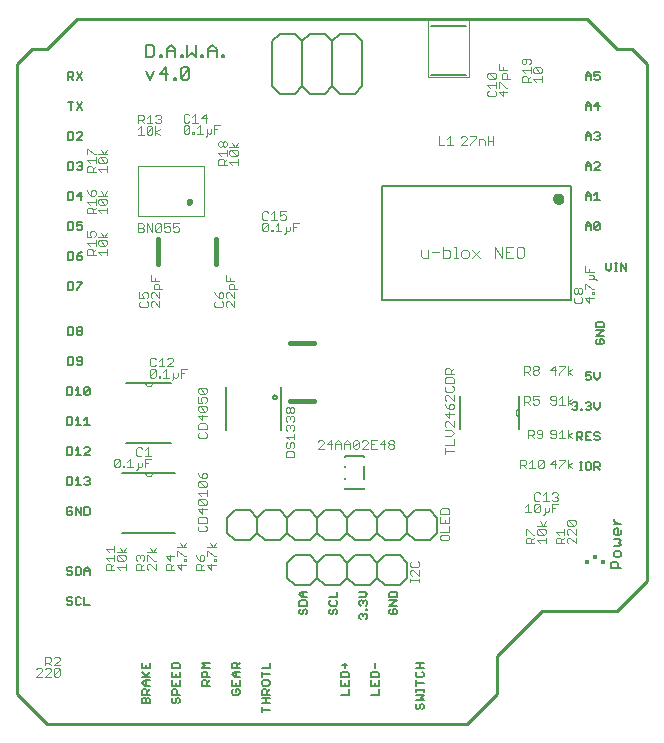
<source format=gto>
G75*
%MOIN*%
%OFA0B0*%
%FSLAX25Y25*%
%IPPOS*%
%LPD*%
%AMOC8*
5,1,8,0,0,1.08239X$1,22.5*
%
%ADD10C,0.01000*%
%ADD11C,0.00600*%
%ADD12C,0.00800*%
%ADD13C,0.00300*%
%ADD14R,0.01280X0.01673*%
%ADD15R,0.01378X0.01378*%
%ADD16C,0.01600*%
%ADD17C,0.00394*%
%ADD18C,0.00500*%
%ADD19C,0.01575*%
%ADD20C,0.00000*%
D10*
X0011500Y0062524D02*
X0001500Y0072524D01*
X0001500Y0282524D01*
X0006500Y0287524D01*
X0011500Y0287524D01*
X0021500Y0297524D01*
X0191500Y0297524D01*
X0201500Y0287524D01*
X0206500Y0287524D01*
X0211500Y0282524D01*
X0211500Y0110024D01*
X0201500Y0100024D01*
X0176500Y0100024D01*
X0161500Y0085024D01*
X0161500Y0072524D01*
X0151500Y0062524D01*
X0011500Y0062524D01*
D11*
X0018394Y0102124D02*
X0017960Y0102557D01*
X0018394Y0102124D02*
X0019262Y0102124D01*
X0019695Y0102557D01*
X0019695Y0102991D01*
X0019262Y0103425D01*
X0018394Y0103425D01*
X0017960Y0103858D01*
X0017960Y0104292D01*
X0018394Y0104726D01*
X0019262Y0104726D01*
X0019695Y0104292D01*
X0020907Y0104292D02*
X0020907Y0102557D01*
X0021341Y0102124D01*
X0022208Y0102124D01*
X0022642Y0102557D01*
X0023853Y0102124D02*
X0025588Y0102124D01*
X0023853Y0102124D02*
X0023853Y0104726D01*
X0022642Y0104292D02*
X0022208Y0104726D01*
X0021341Y0104726D01*
X0020907Y0104292D01*
X0020907Y0112124D02*
X0022208Y0112124D01*
X0022642Y0112557D01*
X0022642Y0114292D01*
X0022208Y0114726D01*
X0020907Y0114726D01*
X0020907Y0112124D01*
X0019695Y0112557D02*
X0019262Y0112124D01*
X0018394Y0112124D01*
X0017960Y0112557D01*
X0018394Y0113425D02*
X0019262Y0113425D01*
X0019695Y0112991D01*
X0019695Y0112557D01*
X0018394Y0113425D02*
X0017960Y0113858D01*
X0017960Y0114292D01*
X0018394Y0114726D01*
X0019262Y0114726D01*
X0019695Y0114292D01*
X0023853Y0113858D02*
X0024721Y0114726D01*
X0025588Y0113858D01*
X0025588Y0112124D01*
X0025588Y0113425D02*
X0023853Y0113425D01*
X0023853Y0113858D02*
X0023853Y0112124D01*
X0036350Y0126274D02*
X0054150Y0126274D01*
X0054150Y0146274D02*
X0046450Y0146274D01*
X0044050Y0146274D01*
X0036350Y0146274D01*
X0037850Y0156274D02*
X0052650Y0156274D01*
X0052650Y0176274D02*
X0046450Y0176274D01*
X0044050Y0176274D01*
X0037850Y0176274D01*
X0025588Y0174292D02*
X0023853Y0172557D01*
X0024287Y0172124D01*
X0025155Y0172124D01*
X0025588Y0172557D01*
X0025588Y0174292D01*
X0025155Y0174726D01*
X0024287Y0174726D01*
X0023853Y0174292D01*
X0023853Y0172557D01*
X0022642Y0172124D02*
X0020907Y0172124D01*
X0021774Y0172124D02*
X0021774Y0174726D01*
X0020907Y0173858D01*
X0019695Y0174292D02*
X0019262Y0174726D01*
X0017960Y0174726D01*
X0017960Y0172124D01*
X0019262Y0172124D01*
X0019695Y0172557D01*
X0019695Y0174292D01*
X0019708Y0182124D02*
X0018407Y0182124D01*
X0018407Y0184726D01*
X0019708Y0184726D01*
X0020142Y0184292D01*
X0020142Y0182557D01*
X0019708Y0182124D01*
X0021353Y0182557D02*
X0021787Y0182124D01*
X0022655Y0182124D01*
X0023088Y0182557D01*
X0023088Y0184292D01*
X0022655Y0184726D01*
X0021787Y0184726D01*
X0021353Y0184292D01*
X0021353Y0183858D01*
X0021787Y0183425D01*
X0023088Y0183425D01*
X0022655Y0192124D02*
X0021787Y0192124D01*
X0021353Y0192557D01*
X0021353Y0192991D01*
X0021787Y0193425D01*
X0022655Y0193425D01*
X0023088Y0192991D01*
X0023088Y0192557D01*
X0022655Y0192124D01*
X0022655Y0193425D02*
X0023088Y0193858D01*
X0023088Y0194292D01*
X0022655Y0194726D01*
X0021787Y0194726D01*
X0021353Y0194292D01*
X0021353Y0193858D01*
X0021787Y0193425D01*
X0020142Y0192557D02*
X0020142Y0194292D01*
X0019708Y0194726D01*
X0018407Y0194726D01*
X0018407Y0192124D01*
X0019708Y0192124D01*
X0020142Y0192557D01*
X0019708Y0207124D02*
X0018407Y0207124D01*
X0018407Y0209726D01*
X0019708Y0209726D01*
X0020142Y0209292D01*
X0020142Y0207557D01*
X0019708Y0207124D01*
X0021353Y0207124D02*
X0021353Y0207557D01*
X0023088Y0209292D01*
X0023088Y0209726D01*
X0021353Y0209726D01*
X0021787Y0217124D02*
X0022655Y0217124D01*
X0023088Y0217557D01*
X0023088Y0217991D01*
X0022655Y0218425D01*
X0021353Y0218425D01*
X0021353Y0217557D01*
X0021787Y0217124D01*
X0021353Y0218425D02*
X0022221Y0219292D01*
X0023088Y0219726D01*
X0020142Y0219292D02*
X0019708Y0219726D01*
X0018407Y0219726D01*
X0018407Y0217124D01*
X0019708Y0217124D01*
X0020142Y0217557D01*
X0020142Y0219292D01*
X0019708Y0227124D02*
X0018407Y0227124D01*
X0018407Y0229726D01*
X0019708Y0229726D01*
X0020142Y0229292D01*
X0020142Y0227557D01*
X0019708Y0227124D01*
X0021353Y0227557D02*
X0021787Y0227124D01*
X0022655Y0227124D01*
X0023088Y0227557D01*
X0023088Y0228425D01*
X0022655Y0228858D01*
X0022221Y0228858D01*
X0021353Y0228425D01*
X0021353Y0229726D01*
X0023088Y0229726D01*
X0022655Y0237124D02*
X0022655Y0239726D01*
X0021353Y0238425D01*
X0023088Y0238425D01*
X0020142Y0239292D02*
X0020142Y0237557D01*
X0019708Y0237124D01*
X0018407Y0237124D01*
X0018407Y0239726D01*
X0019708Y0239726D01*
X0020142Y0239292D01*
X0019708Y0247124D02*
X0018407Y0247124D01*
X0018407Y0249726D01*
X0019708Y0249726D01*
X0020142Y0249292D01*
X0020142Y0247557D01*
X0019708Y0247124D01*
X0021353Y0247557D02*
X0021787Y0247124D01*
X0022655Y0247124D01*
X0023088Y0247557D01*
X0023088Y0247991D01*
X0022655Y0248425D01*
X0022221Y0248425D01*
X0022655Y0248425D02*
X0023088Y0248858D01*
X0023088Y0249292D01*
X0022655Y0249726D01*
X0021787Y0249726D01*
X0021353Y0249292D01*
X0021353Y0257124D02*
X0023088Y0258858D01*
X0023088Y0259292D01*
X0022655Y0259726D01*
X0021787Y0259726D01*
X0021353Y0259292D01*
X0020142Y0259292D02*
X0019708Y0259726D01*
X0018407Y0259726D01*
X0018407Y0257124D01*
X0019708Y0257124D01*
X0020142Y0257557D01*
X0020142Y0259292D01*
X0021353Y0257124D02*
X0023088Y0257124D01*
X0023088Y0267124D02*
X0021353Y0269726D01*
X0020142Y0269726D02*
X0018407Y0269726D01*
X0019274Y0269726D02*
X0019274Y0267124D01*
X0021353Y0267124D02*
X0023088Y0269726D01*
X0023088Y0277124D02*
X0021353Y0279726D01*
X0020142Y0279292D02*
X0020142Y0278425D01*
X0019708Y0277991D01*
X0018407Y0277991D01*
X0019274Y0277991D02*
X0020142Y0277124D01*
X0021353Y0277124D02*
X0023088Y0279726D01*
X0020142Y0279292D02*
X0019708Y0279726D01*
X0018407Y0279726D01*
X0018407Y0277124D01*
X0086500Y0275024D02*
X0086500Y0290024D01*
X0089000Y0292524D01*
X0094000Y0292524D01*
X0096500Y0290024D01*
X0096500Y0275024D01*
X0099000Y0272524D01*
X0104000Y0272524D01*
X0106500Y0275024D01*
X0109000Y0272524D01*
X0114000Y0272524D01*
X0116500Y0275024D01*
X0116500Y0290024D01*
X0114000Y0292524D01*
X0109000Y0292524D01*
X0106500Y0290024D01*
X0106500Y0275024D01*
X0096500Y0275024D02*
X0094000Y0272524D01*
X0089000Y0272524D01*
X0086500Y0275024D01*
X0096500Y0290024D02*
X0099000Y0292524D01*
X0104000Y0292524D01*
X0106500Y0290024D01*
X0190907Y0278858D02*
X0190907Y0277124D01*
X0190907Y0278425D02*
X0192642Y0278425D01*
X0192642Y0278858D02*
X0192642Y0277124D01*
X0193853Y0277557D02*
X0194287Y0277124D01*
X0195155Y0277124D01*
X0195588Y0277557D01*
X0195588Y0278425D01*
X0195155Y0278858D01*
X0194721Y0278858D01*
X0193853Y0278425D01*
X0193853Y0279726D01*
X0195588Y0279726D01*
X0192642Y0278858D02*
X0191774Y0279726D01*
X0190907Y0278858D01*
X0191774Y0269726D02*
X0190907Y0268858D01*
X0190907Y0267124D01*
X0190907Y0268425D02*
X0192642Y0268425D01*
X0192642Y0268858D02*
X0192642Y0267124D01*
X0192642Y0268858D02*
X0191774Y0269726D01*
X0193853Y0268425D02*
X0195588Y0268425D01*
X0195155Y0269726D02*
X0193853Y0268425D01*
X0195155Y0267124D02*
X0195155Y0269726D01*
X0195155Y0259726D02*
X0195588Y0259292D01*
X0195588Y0258858D01*
X0195155Y0258425D01*
X0195588Y0257991D01*
X0195588Y0257557D01*
X0195155Y0257124D01*
X0194287Y0257124D01*
X0193853Y0257557D01*
X0194721Y0258425D02*
X0195155Y0258425D01*
X0195155Y0259726D02*
X0194287Y0259726D01*
X0193853Y0259292D01*
X0192642Y0258858D02*
X0191774Y0259726D01*
X0190907Y0258858D01*
X0190907Y0257124D01*
X0190907Y0258425D02*
X0192642Y0258425D01*
X0192642Y0258858D02*
X0192642Y0257124D01*
X0191774Y0249726D02*
X0190907Y0248858D01*
X0190907Y0247124D01*
X0190907Y0248425D02*
X0192642Y0248425D01*
X0192642Y0248858D02*
X0192642Y0247124D01*
X0193853Y0247124D02*
X0195588Y0248858D01*
X0195588Y0249292D01*
X0195155Y0249726D01*
X0194287Y0249726D01*
X0193853Y0249292D01*
X0192642Y0248858D02*
X0191774Y0249726D01*
X0193853Y0247124D02*
X0195588Y0247124D01*
X0194721Y0239726D02*
X0194721Y0237124D01*
X0195588Y0237124D02*
X0193853Y0237124D01*
X0192642Y0237124D02*
X0192642Y0238858D01*
X0191774Y0239726D01*
X0190907Y0238858D01*
X0190907Y0237124D01*
X0190907Y0238425D02*
X0192642Y0238425D01*
X0193853Y0238858D02*
X0194721Y0239726D01*
X0195155Y0229726D02*
X0195588Y0229292D01*
X0193853Y0227557D01*
X0194287Y0227124D01*
X0195155Y0227124D01*
X0195588Y0227557D01*
X0195588Y0229292D01*
X0195155Y0229726D02*
X0194287Y0229726D01*
X0193853Y0229292D01*
X0193853Y0227557D01*
X0192642Y0227124D02*
X0192642Y0228858D01*
X0191774Y0229726D01*
X0190907Y0228858D01*
X0190907Y0227124D01*
X0190907Y0228425D02*
X0192642Y0228425D01*
X0197693Y0215976D02*
X0197693Y0214241D01*
X0198560Y0213374D01*
X0199427Y0214241D01*
X0199427Y0215976D01*
X0200639Y0215976D02*
X0201507Y0215976D01*
X0201073Y0215976D02*
X0201073Y0213374D01*
X0200639Y0213374D02*
X0201507Y0213374D01*
X0202603Y0213374D02*
X0202603Y0215976D01*
X0204338Y0213374D01*
X0204338Y0215976D01*
X0196466Y0196612D02*
X0194731Y0196612D01*
X0194298Y0196178D01*
X0194298Y0194877D01*
X0196900Y0194877D01*
X0196900Y0196178D01*
X0196466Y0196612D01*
X0196900Y0193665D02*
X0194298Y0193665D01*
X0194298Y0191931D02*
X0196900Y0193665D01*
X0196900Y0191931D02*
X0194298Y0191931D01*
X0194731Y0190719D02*
X0194298Y0190285D01*
X0194298Y0189418D01*
X0194731Y0188984D01*
X0196466Y0188984D01*
X0196900Y0189418D01*
X0196900Y0190285D01*
X0196466Y0190719D01*
X0195599Y0190719D01*
X0195599Y0189851D01*
X0195588Y0179726D02*
X0195588Y0177991D01*
X0194721Y0177124D01*
X0193853Y0177991D01*
X0193853Y0179726D01*
X0192642Y0179726D02*
X0190907Y0179726D01*
X0190907Y0178425D01*
X0191774Y0178858D01*
X0192208Y0178858D01*
X0192642Y0178425D01*
X0192642Y0177557D01*
X0192208Y0177124D01*
X0191341Y0177124D01*
X0190907Y0177557D01*
X0191341Y0169726D02*
X0192208Y0169726D01*
X0192642Y0169292D01*
X0192642Y0168858D01*
X0192208Y0168425D01*
X0192642Y0167991D01*
X0192642Y0167557D01*
X0192208Y0167124D01*
X0191341Y0167124D01*
X0190907Y0167557D01*
X0189867Y0167557D02*
X0189867Y0167124D01*
X0189434Y0167124D01*
X0189434Y0167557D01*
X0189867Y0167557D01*
X0188222Y0167557D02*
X0187788Y0167124D01*
X0186921Y0167124D01*
X0186487Y0167557D01*
X0187355Y0168425D02*
X0187788Y0168425D01*
X0188222Y0167991D01*
X0188222Y0167557D01*
X0187788Y0168425D02*
X0188222Y0168858D01*
X0188222Y0169292D01*
X0187788Y0169726D01*
X0186921Y0169726D01*
X0186487Y0169292D01*
X0190907Y0169292D02*
X0191341Y0169726D01*
X0191774Y0168425D02*
X0192208Y0168425D01*
X0193853Y0167991D02*
X0193853Y0169726D01*
X0193853Y0167991D02*
X0194721Y0167124D01*
X0195588Y0167991D01*
X0195588Y0169726D01*
X0195155Y0159726D02*
X0194287Y0159726D01*
X0193853Y0159292D01*
X0193853Y0158858D01*
X0194287Y0158425D01*
X0195155Y0158425D01*
X0195588Y0157991D01*
X0195588Y0157557D01*
X0195155Y0157124D01*
X0194287Y0157124D01*
X0193853Y0157557D01*
X0192642Y0157124D02*
X0190907Y0157124D01*
X0190907Y0159726D01*
X0192642Y0159726D01*
X0191774Y0158425D02*
X0190907Y0158425D01*
X0189695Y0158425D02*
X0189262Y0157991D01*
X0187960Y0157991D01*
X0187960Y0157124D02*
X0187960Y0159726D01*
X0189262Y0159726D01*
X0189695Y0159292D01*
X0189695Y0158425D01*
X0188828Y0157991D02*
X0189695Y0157124D01*
X0195155Y0159726D02*
X0195588Y0159292D01*
X0195155Y0149726D02*
X0195588Y0149292D01*
X0195588Y0148425D01*
X0195155Y0147991D01*
X0193853Y0147991D01*
X0193853Y0147124D02*
X0193853Y0149726D01*
X0195155Y0149726D01*
X0194721Y0147991D02*
X0195588Y0147124D01*
X0192642Y0147557D02*
X0192642Y0149292D01*
X0192208Y0149726D01*
X0191341Y0149726D01*
X0190907Y0149292D01*
X0190907Y0147557D01*
X0191341Y0147124D01*
X0192208Y0147124D01*
X0192642Y0147557D01*
X0189810Y0147124D02*
X0188943Y0147124D01*
X0189376Y0147124D02*
X0189376Y0149726D01*
X0188943Y0149726D02*
X0189810Y0149726D01*
X0200431Y0130758D02*
X0200431Y0130191D01*
X0201566Y0129056D01*
X0202700Y0129056D02*
X0200431Y0129056D01*
X0200999Y0127642D02*
X0201566Y0127642D01*
X0201566Y0125373D01*
X0202133Y0125373D02*
X0200999Y0125373D01*
X0200431Y0125940D01*
X0200431Y0127075D01*
X0200999Y0127642D01*
X0202700Y0127075D02*
X0202700Y0125940D01*
X0202133Y0125373D01*
X0202133Y0123959D02*
X0200431Y0123959D01*
X0202133Y0123959D02*
X0202700Y0123391D01*
X0202133Y0122824D01*
X0202700Y0122257D01*
X0202133Y0121690D01*
X0200431Y0121690D01*
X0200999Y0120275D02*
X0200431Y0119708D01*
X0200431Y0118574D01*
X0200999Y0118007D01*
X0202133Y0118007D01*
X0202700Y0118574D01*
X0202700Y0119708D01*
X0202133Y0120275D01*
X0200999Y0120275D01*
X0200999Y0116592D02*
X0199864Y0116592D01*
X0199297Y0116025D01*
X0199297Y0114324D01*
X0202700Y0114324D01*
X0201566Y0114324D02*
X0201566Y0116025D01*
X0200999Y0116592D01*
X0168800Y0160874D02*
X0168800Y0165074D01*
X0168800Y0167474D01*
X0168800Y0171674D01*
X0149200Y0171674D02*
X0149200Y0160874D01*
X0139000Y0133774D02*
X0134000Y0133774D01*
X0131500Y0131274D01*
X0129000Y0133774D01*
X0124000Y0133774D01*
X0121500Y0131274D01*
X0121500Y0126274D01*
X0124000Y0123774D01*
X0129000Y0123774D01*
X0131500Y0126274D01*
X0131500Y0131274D01*
X0131500Y0126274D02*
X0134000Y0123774D01*
X0139000Y0123774D01*
X0141500Y0126274D01*
X0141500Y0131274D01*
X0139000Y0133774D01*
X0129000Y0118774D02*
X0131500Y0116274D01*
X0131500Y0111274D01*
X0129000Y0108774D01*
X0124000Y0108774D01*
X0121500Y0111274D01*
X0119000Y0108774D01*
X0114000Y0108774D01*
X0111500Y0111274D01*
X0109000Y0108774D01*
X0104000Y0108774D01*
X0101500Y0111274D01*
X0099000Y0108774D01*
X0094000Y0108774D01*
X0091500Y0111274D01*
X0091500Y0116274D01*
X0094000Y0118774D01*
X0099000Y0118774D01*
X0101500Y0116274D01*
X0104000Y0118774D01*
X0109000Y0118774D01*
X0111500Y0116274D01*
X0111500Y0111274D01*
X0111500Y0116274D02*
X0114000Y0118774D01*
X0119000Y0118774D01*
X0121500Y0116274D01*
X0124000Y0118774D01*
X0129000Y0118774D01*
X0121500Y0116274D02*
X0121500Y0111274D01*
X0125981Y0106612D02*
X0125548Y0106178D01*
X0125548Y0104877D01*
X0128150Y0104877D01*
X0128150Y0106178D01*
X0127716Y0106612D01*
X0125981Y0106612D01*
X0125548Y0103665D02*
X0128150Y0103665D01*
X0125548Y0101931D01*
X0128150Y0101931D01*
X0127716Y0100719D02*
X0128150Y0100285D01*
X0128150Y0099418D01*
X0127716Y0098984D01*
X0125981Y0098984D01*
X0125548Y0099418D01*
X0125548Y0100285D01*
X0125981Y0100719D01*
X0126849Y0100719D02*
X0126849Y0099851D01*
X0126849Y0100719D02*
X0127716Y0100719D01*
X0118150Y0100891D02*
X0118150Y0100457D01*
X0117716Y0100457D01*
X0117716Y0100891D01*
X0118150Y0100891D01*
X0117716Y0101931D02*
X0118150Y0102364D01*
X0118150Y0103232D01*
X0117716Y0103665D01*
X0117283Y0103665D01*
X0116849Y0103232D01*
X0116849Y0102798D01*
X0116849Y0103232D02*
X0116415Y0103665D01*
X0115981Y0103665D01*
X0115548Y0103232D01*
X0115548Y0102364D01*
X0115981Y0101931D01*
X0115981Y0099246D02*
X0116415Y0099246D01*
X0116849Y0098812D01*
X0117283Y0099246D01*
X0117716Y0099246D01*
X0118150Y0098812D01*
X0118150Y0097945D01*
X0117716Y0097511D01*
X0116849Y0098378D02*
X0116849Y0098812D01*
X0115981Y0099246D02*
X0115548Y0098812D01*
X0115548Y0097945D01*
X0115981Y0097511D01*
X0115548Y0104877D02*
X0117283Y0104877D01*
X0118150Y0105745D01*
X0117283Y0106612D01*
X0115548Y0106612D01*
X0108150Y0106612D02*
X0108150Y0104877D01*
X0105548Y0104877D01*
X0105981Y0103665D02*
X0105548Y0103232D01*
X0105548Y0102364D01*
X0105981Y0101931D01*
X0107716Y0101931D01*
X0108150Y0102364D01*
X0108150Y0103232D01*
X0107716Y0103665D01*
X0107716Y0100719D02*
X0108150Y0100285D01*
X0108150Y0099418D01*
X0107716Y0098984D01*
X0106849Y0099418D02*
X0106849Y0100285D01*
X0107283Y0100719D01*
X0107716Y0100719D01*
X0106849Y0099418D02*
X0106415Y0098984D01*
X0105981Y0098984D01*
X0105548Y0099418D01*
X0105548Y0100285D01*
X0105981Y0100719D01*
X0098150Y0100285D02*
X0098150Y0099418D01*
X0097716Y0098984D01*
X0096849Y0099418D02*
X0096849Y0100285D01*
X0097283Y0100719D01*
X0097716Y0100719D01*
X0098150Y0100285D01*
X0096849Y0099418D02*
X0096415Y0098984D01*
X0095981Y0098984D01*
X0095548Y0099418D01*
X0095548Y0100285D01*
X0095981Y0100719D01*
X0095548Y0101931D02*
X0095548Y0103232D01*
X0095981Y0103665D01*
X0097716Y0103665D01*
X0098150Y0103232D01*
X0098150Y0101931D01*
X0095548Y0101931D01*
X0096415Y0104877D02*
X0095548Y0105745D01*
X0096415Y0106612D01*
X0098150Y0106612D01*
X0096849Y0106612D02*
X0096849Y0104877D01*
X0096415Y0104877D02*
X0098150Y0104877D01*
X0101500Y0111274D02*
X0101500Y0116274D01*
X0099000Y0123774D02*
X0094000Y0123774D01*
X0091500Y0126274D01*
X0091500Y0131274D01*
X0094000Y0133774D01*
X0099000Y0133774D01*
X0101500Y0131274D01*
X0104000Y0133774D01*
X0109000Y0133774D01*
X0111500Y0131274D01*
X0114000Y0133774D01*
X0119000Y0133774D01*
X0121500Y0131274D01*
X0121500Y0126274D02*
X0119000Y0123774D01*
X0114000Y0123774D01*
X0111500Y0126274D01*
X0109000Y0123774D01*
X0104000Y0123774D01*
X0101500Y0126274D01*
X0099000Y0123774D01*
X0101500Y0126274D02*
X0101500Y0131274D01*
X0111500Y0131274D02*
X0111500Y0126274D01*
X0110811Y0140675D02*
X0110811Y0141045D01*
X0110811Y0140675D02*
X0117189Y0140675D01*
X0117189Y0141045D01*
X0117189Y0144219D02*
X0117189Y0148329D01*
X0117189Y0151502D02*
X0117189Y0151872D01*
X0110811Y0151872D01*
X0110811Y0151502D01*
X0110811Y0148329D02*
X0110811Y0147959D01*
X0110811Y0144589D02*
X0110811Y0144219D01*
X0091500Y0131274D02*
X0089000Y0133774D01*
X0084000Y0133774D01*
X0081500Y0131274D01*
X0079000Y0133774D01*
X0074000Y0133774D01*
X0071500Y0131274D01*
X0071500Y0126274D01*
X0074000Y0123774D01*
X0079000Y0123774D01*
X0081500Y0126274D01*
X0081500Y0131274D01*
X0081500Y0126274D02*
X0084000Y0123774D01*
X0089000Y0123774D01*
X0091500Y0126274D01*
X0089549Y0160425D02*
X0089549Y0174622D01*
X0070951Y0174622D02*
X0070951Y0160425D01*
X0025588Y0162124D02*
X0023853Y0162124D01*
X0024721Y0162124D02*
X0024721Y0164726D01*
X0023853Y0163858D01*
X0022642Y0162124D02*
X0020907Y0162124D01*
X0021774Y0162124D02*
X0021774Y0164726D01*
X0020907Y0163858D01*
X0019695Y0164292D02*
X0019262Y0164726D01*
X0017960Y0164726D01*
X0017960Y0162124D01*
X0019262Y0162124D01*
X0019695Y0162557D01*
X0019695Y0164292D01*
X0019262Y0154726D02*
X0017960Y0154726D01*
X0017960Y0152124D01*
X0019262Y0152124D01*
X0019695Y0152557D01*
X0019695Y0154292D01*
X0019262Y0154726D01*
X0020907Y0153858D02*
X0021774Y0154726D01*
X0021774Y0152124D01*
X0020907Y0152124D02*
X0022642Y0152124D01*
X0023853Y0152124D02*
X0025588Y0153858D01*
X0025588Y0154292D01*
X0025155Y0154726D01*
X0024287Y0154726D01*
X0023853Y0154292D01*
X0023853Y0152124D02*
X0025588Y0152124D01*
X0025155Y0144726D02*
X0025588Y0144292D01*
X0025588Y0143858D01*
X0025155Y0143425D01*
X0025588Y0142991D01*
X0025588Y0142557D01*
X0025155Y0142124D01*
X0024287Y0142124D01*
X0023853Y0142557D01*
X0024721Y0143425D02*
X0025155Y0143425D01*
X0025155Y0144726D02*
X0024287Y0144726D01*
X0023853Y0144292D01*
X0021774Y0144726D02*
X0021774Y0142124D01*
X0020907Y0142124D02*
X0022642Y0142124D01*
X0020907Y0143858D02*
X0021774Y0144726D01*
X0019695Y0144292D02*
X0019262Y0144726D01*
X0017960Y0144726D01*
X0017960Y0142124D01*
X0019262Y0142124D01*
X0019695Y0142557D01*
X0019695Y0144292D01*
X0019262Y0134726D02*
X0018394Y0134726D01*
X0017960Y0134292D01*
X0017960Y0132557D01*
X0018394Y0132124D01*
X0019262Y0132124D01*
X0019695Y0132557D01*
X0019695Y0133425D01*
X0018828Y0133425D01*
X0019695Y0134292D02*
X0019262Y0134726D01*
X0020907Y0134726D02*
X0022642Y0132124D01*
X0022642Y0134726D01*
X0023853Y0134726D02*
X0023853Y0132124D01*
X0025155Y0132124D01*
X0025588Y0132557D01*
X0025588Y0134292D01*
X0025155Y0134726D01*
X0023853Y0134726D01*
X0020907Y0134726D02*
X0020907Y0132124D01*
X0043048Y0082862D02*
X0043048Y0081127D01*
X0045650Y0081127D01*
X0045650Y0082862D01*
X0044349Y0081995D02*
X0044349Y0081127D01*
X0045650Y0079915D02*
X0044349Y0078614D01*
X0044783Y0078181D02*
X0043048Y0079915D01*
X0043048Y0078181D02*
X0045650Y0078181D01*
X0045650Y0076969D02*
X0043915Y0076969D01*
X0043048Y0076101D01*
X0043915Y0075234D01*
X0045650Y0075234D01*
X0045650Y0074022D02*
X0044783Y0073155D01*
X0044783Y0073589D02*
X0044783Y0072288D01*
X0045650Y0072288D02*
X0043048Y0072288D01*
X0043048Y0073589D01*
X0043481Y0074022D01*
X0044349Y0074022D01*
X0044783Y0073589D01*
X0044349Y0075234D02*
X0044349Y0076969D01*
X0044783Y0071076D02*
X0044349Y0070642D01*
X0044349Y0069341D01*
X0045650Y0069341D02*
X0043048Y0069341D01*
X0043048Y0070642D01*
X0043481Y0071076D01*
X0043915Y0071076D01*
X0044349Y0070642D01*
X0044783Y0071076D02*
X0045216Y0071076D01*
X0045650Y0070642D01*
X0045650Y0069341D01*
X0053048Y0069775D02*
X0053481Y0069341D01*
X0053915Y0069341D01*
X0054349Y0069775D01*
X0054349Y0070642D01*
X0054783Y0071076D01*
X0055216Y0071076D01*
X0055650Y0070642D01*
X0055650Y0069775D01*
X0055216Y0069341D01*
X0053048Y0069775D02*
X0053048Y0070642D01*
X0053481Y0071076D01*
X0053048Y0072288D02*
X0053048Y0073589D01*
X0053481Y0074022D01*
X0054349Y0074022D01*
X0054783Y0073589D01*
X0054783Y0072288D01*
X0055650Y0072288D02*
X0053048Y0072288D01*
X0053048Y0075234D02*
X0055650Y0075234D01*
X0055650Y0076969D01*
X0055650Y0078181D02*
X0055650Y0079915D01*
X0055650Y0081127D02*
X0055650Y0082428D01*
X0055216Y0082862D01*
X0053481Y0082862D01*
X0053048Y0082428D01*
X0053048Y0081127D01*
X0055650Y0081127D01*
X0054349Y0079048D02*
X0054349Y0078181D01*
X0053048Y0078181D02*
X0055650Y0078181D01*
X0054349Y0076101D02*
X0054349Y0075234D01*
X0053048Y0075234D02*
X0053048Y0076969D01*
X0053048Y0078181D02*
X0053048Y0079915D01*
X0063048Y0079482D02*
X0063048Y0078181D01*
X0065650Y0078181D01*
X0064783Y0078181D02*
X0064783Y0079482D01*
X0064349Y0079915D01*
X0063481Y0079915D01*
X0063048Y0079482D01*
X0063048Y0081127D02*
X0063915Y0081995D01*
X0063048Y0082862D01*
X0065650Y0082862D01*
X0065650Y0081127D02*
X0063048Y0081127D01*
X0063481Y0076969D02*
X0064349Y0076969D01*
X0064783Y0076535D01*
X0064783Y0075234D01*
X0065650Y0075234D02*
X0063048Y0075234D01*
X0063048Y0076535D01*
X0063481Y0076969D01*
X0064783Y0076101D02*
X0065650Y0076969D01*
X0073048Y0076969D02*
X0073048Y0075234D01*
X0075650Y0075234D01*
X0075650Y0076969D01*
X0075650Y0078181D02*
X0073915Y0078181D01*
X0073048Y0079048D01*
X0073915Y0079915D01*
X0075650Y0079915D01*
X0075650Y0081127D02*
X0073048Y0081127D01*
X0073048Y0082428D01*
X0073481Y0082862D01*
X0074349Y0082862D01*
X0074783Y0082428D01*
X0074783Y0081127D01*
X0074783Y0081995D02*
X0075650Y0082862D01*
X0074349Y0079915D02*
X0074349Y0078181D01*
X0074349Y0076101D02*
X0074349Y0075234D01*
X0074349Y0074022D02*
X0074349Y0073155D01*
X0074349Y0074022D02*
X0075216Y0074022D01*
X0075650Y0073589D01*
X0075650Y0072721D01*
X0075216Y0072288D01*
X0073481Y0072288D01*
X0073048Y0072721D01*
X0073048Y0073589D01*
X0073481Y0074022D01*
X0083048Y0073589D02*
X0083048Y0072288D01*
X0085650Y0072288D01*
X0084783Y0072288D02*
X0084783Y0073589D01*
X0084349Y0074022D01*
X0083481Y0074022D01*
X0083048Y0073589D01*
X0083481Y0075234D02*
X0083048Y0075668D01*
X0083048Y0076535D01*
X0083481Y0076969D01*
X0085216Y0076969D01*
X0085650Y0076535D01*
X0085650Y0075668D01*
X0085216Y0075234D01*
X0083481Y0075234D01*
X0084783Y0073155D02*
X0085650Y0074022D01*
X0085650Y0071076D02*
X0083048Y0071076D01*
X0084349Y0071076D02*
X0084349Y0069341D01*
X0085650Y0069341D02*
X0083048Y0069341D01*
X0083048Y0068129D02*
X0083048Y0066395D01*
X0083048Y0067262D02*
X0085650Y0067262D01*
X0083048Y0078181D02*
X0083048Y0079915D01*
X0083048Y0079048D02*
X0085650Y0079048D01*
X0085650Y0081127D02*
X0085650Y0082862D01*
X0085650Y0081127D02*
X0083048Y0081127D01*
X0109298Y0079482D02*
X0109298Y0078181D01*
X0111900Y0078181D01*
X0111900Y0079482D01*
X0111466Y0079915D01*
X0109731Y0079915D01*
X0109298Y0079482D01*
X0110599Y0081127D02*
X0110599Y0082862D01*
X0109731Y0081995D02*
X0111466Y0081995D01*
X0111900Y0076969D02*
X0111900Y0075234D01*
X0109298Y0075234D01*
X0109298Y0076969D01*
X0110599Y0076101D02*
X0110599Y0075234D01*
X0111900Y0074022D02*
X0111900Y0072288D01*
X0109298Y0072288D01*
X0119298Y0072288D02*
X0121900Y0072288D01*
X0121900Y0074022D01*
X0121900Y0075234D02*
X0121900Y0076969D01*
X0121900Y0078181D02*
X0121900Y0079482D01*
X0121466Y0079915D01*
X0119731Y0079915D01*
X0119298Y0079482D01*
X0119298Y0078181D01*
X0121900Y0078181D01*
X0120599Y0076101D02*
X0120599Y0075234D01*
X0119298Y0075234D02*
X0121900Y0075234D01*
X0119298Y0075234D02*
X0119298Y0076969D01*
X0120599Y0081127D02*
X0120599Y0082862D01*
X0134298Y0082862D02*
X0136900Y0082862D01*
X0135599Y0082862D02*
X0135599Y0081127D01*
X0136900Y0081127D02*
X0134298Y0081127D01*
X0134731Y0079915D02*
X0134298Y0079482D01*
X0134298Y0078614D01*
X0134731Y0078181D01*
X0136466Y0078181D01*
X0136900Y0078614D01*
X0136900Y0079482D01*
X0136466Y0079915D01*
X0134298Y0076969D02*
X0134298Y0075234D01*
X0134298Y0076101D02*
X0136900Y0076101D01*
X0136900Y0074137D02*
X0136900Y0073270D01*
X0136900Y0073703D02*
X0134298Y0073703D01*
X0134298Y0073270D02*
X0134298Y0074137D01*
X0134298Y0072058D02*
X0136900Y0072058D01*
X0136033Y0071191D01*
X0136900Y0070323D01*
X0134298Y0070323D01*
X0134731Y0069111D02*
X0134298Y0068678D01*
X0134298Y0067810D01*
X0134731Y0067377D01*
X0135165Y0067377D01*
X0135599Y0067810D01*
X0135599Y0068678D01*
X0136033Y0069111D01*
X0136466Y0069111D01*
X0136900Y0068678D01*
X0136900Y0067810D01*
X0136466Y0067377D01*
D12*
X0086785Y0171424D02*
X0086787Y0171471D01*
X0086793Y0171518D01*
X0086803Y0171565D01*
X0086816Y0171610D01*
X0086834Y0171654D01*
X0086855Y0171696D01*
X0086879Y0171737D01*
X0086907Y0171775D01*
X0086938Y0171811D01*
X0086972Y0171844D01*
X0087008Y0171874D01*
X0087047Y0171901D01*
X0087088Y0171925D01*
X0087131Y0171945D01*
X0087175Y0171961D01*
X0087221Y0171974D01*
X0087267Y0171983D01*
X0087315Y0171988D01*
X0087362Y0171989D01*
X0087409Y0171986D01*
X0087456Y0171979D01*
X0087502Y0171968D01*
X0087547Y0171954D01*
X0087591Y0171935D01*
X0087632Y0171913D01*
X0087672Y0171888D01*
X0087710Y0171859D01*
X0087745Y0171828D01*
X0087778Y0171793D01*
X0087807Y0171756D01*
X0087833Y0171717D01*
X0087856Y0171675D01*
X0087875Y0171632D01*
X0087891Y0171587D01*
X0087903Y0171541D01*
X0087911Y0171495D01*
X0087915Y0171448D01*
X0087915Y0171400D01*
X0087911Y0171353D01*
X0087903Y0171307D01*
X0087891Y0171261D01*
X0087875Y0171216D01*
X0087856Y0171173D01*
X0087833Y0171131D01*
X0087807Y0171092D01*
X0087778Y0171055D01*
X0087745Y0171020D01*
X0087710Y0170989D01*
X0087672Y0170960D01*
X0087633Y0170935D01*
X0087591Y0170913D01*
X0087547Y0170894D01*
X0087502Y0170880D01*
X0087456Y0170869D01*
X0087409Y0170862D01*
X0087362Y0170859D01*
X0087315Y0170860D01*
X0087267Y0170865D01*
X0087221Y0170874D01*
X0087175Y0170887D01*
X0087131Y0170903D01*
X0087088Y0170923D01*
X0087047Y0170947D01*
X0087008Y0170974D01*
X0086972Y0171004D01*
X0086938Y0171037D01*
X0086907Y0171073D01*
X0086879Y0171111D01*
X0086855Y0171152D01*
X0086834Y0171194D01*
X0086816Y0171238D01*
X0086803Y0171283D01*
X0086793Y0171330D01*
X0086787Y0171377D01*
X0086785Y0171424D01*
X0058012Y0277174D02*
X0056610Y0277174D01*
X0055910Y0277874D01*
X0058712Y0280677D01*
X0058712Y0277874D01*
X0058012Y0277174D01*
X0055910Y0277874D02*
X0055910Y0280677D01*
X0056610Y0281377D01*
X0058012Y0281377D01*
X0058712Y0280677D01*
X0058212Y0284674D02*
X0059613Y0286075D01*
X0061014Y0284674D01*
X0061014Y0288877D01*
X0058212Y0288877D02*
X0058212Y0284674D01*
X0056610Y0284674D02*
X0055910Y0284674D01*
X0055910Y0285374D01*
X0056610Y0285374D01*
X0056610Y0284674D01*
X0054108Y0284674D02*
X0054108Y0287476D01*
X0052707Y0288877D01*
X0051306Y0287476D01*
X0051306Y0284674D01*
X0049705Y0284674D02*
X0049004Y0284674D01*
X0049004Y0285374D01*
X0049705Y0285374D01*
X0049705Y0284674D01*
X0047202Y0285374D02*
X0047202Y0288177D01*
X0046502Y0288877D01*
X0044400Y0288877D01*
X0044400Y0284674D01*
X0046502Y0284674D01*
X0047202Y0285374D01*
X0051106Y0281377D02*
X0049004Y0279275D01*
X0051806Y0279275D01*
X0051106Y0277174D02*
X0051106Y0281377D01*
X0047202Y0279976D02*
X0045801Y0277174D01*
X0044400Y0279976D01*
X0051306Y0286775D02*
X0054108Y0286775D01*
X0054308Y0277874D02*
X0054308Y0277174D01*
X0053608Y0277174D01*
X0053608Y0277874D01*
X0054308Y0277874D01*
X0062816Y0284674D02*
X0063516Y0284674D01*
X0063516Y0285374D01*
X0062816Y0285374D01*
X0062816Y0284674D01*
X0065118Y0284674D02*
X0065118Y0287476D01*
X0066519Y0288877D01*
X0067920Y0287476D01*
X0067920Y0284674D01*
X0069722Y0284674D02*
X0070422Y0284674D01*
X0070422Y0285374D01*
X0069722Y0285374D01*
X0069722Y0284674D01*
X0067920Y0286775D02*
X0065118Y0286775D01*
X0139285Y0295122D02*
X0151215Y0295122D01*
X0150959Y0278636D02*
X0139541Y0278636D01*
D13*
X0141900Y0258326D02*
X0141900Y0255424D01*
X0143835Y0255424D01*
X0144847Y0255424D02*
X0146781Y0255424D01*
X0145814Y0255424D02*
X0145814Y0258326D01*
X0144847Y0257359D01*
X0149400Y0257842D02*
X0149884Y0258326D01*
X0150851Y0258326D01*
X0151335Y0257842D01*
X0151335Y0257359D01*
X0149400Y0255424D01*
X0151335Y0255424D01*
X0152347Y0255424D02*
X0152347Y0255907D01*
X0154281Y0257842D01*
X0154281Y0258326D01*
X0152347Y0258326D01*
X0155293Y0257359D02*
X0155293Y0255424D01*
X0155293Y0257359D02*
X0156744Y0257359D01*
X0157228Y0256875D01*
X0157228Y0255424D01*
X0158240Y0255424D02*
X0158240Y0258326D01*
X0158240Y0256875D02*
X0160175Y0256875D01*
X0160175Y0258326D02*
X0160175Y0255424D01*
X0160616Y0271674D02*
X0158681Y0271674D01*
X0158198Y0272157D01*
X0158198Y0273125D01*
X0158681Y0273609D01*
X0159165Y0274620D02*
X0158198Y0275588D01*
X0161100Y0275588D01*
X0161100Y0276555D02*
X0161100Y0274620D01*
X0161948Y0274620D02*
X0161948Y0276555D01*
X0162431Y0276555D01*
X0164366Y0274620D01*
X0164850Y0274620D01*
X0164850Y0273125D02*
X0161948Y0273125D01*
X0163399Y0271674D01*
X0163399Y0273609D01*
X0161100Y0273125D02*
X0160616Y0273609D01*
X0161100Y0273125D02*
X0161100Y0272157D01*
X0160616Y0271674D01*
X0160616Y0277567D02*
X0158681Y0279502D01*
X0160616Y0279502D01*
X0161100Y0279018D01*
X0161100Y0278050D01*
X0160616Y0277567D01*
X0158681Y0277567D01*
X0158198Y0278050D01*
X0158198Y0279018D01*
X0158681Y0279502D01*
X0161948Y0280513D02*
X0161948Y0282448D01*
X0163399Y0281481D02*
X0163399Y0280513D01*
X0163399Y0279502D02*
X0164366Y0279502D01*
X0164850Y0279018D01*
X0164850Y0277567D01*
X0165817Y0277567D02*
X0162915Y0277567D01*
X0162915Y0279018D01*
X0163399Y0279502D01*
X0164850Y0280513D02*
X0161948Y0280513D01*
X0169698Y0280338D02*
X0172600Y0280338D01*
X0172600Y0281305D02*
X0172600Y0279370D01*
X0173448Y0279854D02*
X0173448Y0280821D01*
X0173931Y0281305D01*
X0175866Y0279370D01*
X0176350Y0279854D01*
X0176350Y0280821D01*
X0175866Y0281305D01*
X0173931Y0281305D01*
X0173448Y0279854D02*
X0173931Y0279370D01*
X0175866Y0279370D01*
X0176350Y0278359D02*
X0176350Y0276424D01*
X0176350Y0277391D02*
X0173448Y0277391D01*
X0174415Y0276424D01*
X0172600Y0276424D02*
X0169698Y0276424D01*
X0169698Y0277875D01*
X0170181Y0278359D01*
X0171149Y0278359D01*
X0171633Y0277875D01*
X0171633Y0276424D01*
X0171633Y0277391D02*
X0172600Y0278359D01*
X0170665Y0279370D02*
X0169698Y0280338D01*
X0170181Y0282317D02*
X0170665Y0282317D01*
X0171149Y0282800D01*
X0171149Y0284252D01*
X0172116Y0284252D02*
X0170181Y0284252D01*
X0169698Y0283768D01*
X0169698Y0282800D01*
X0170181Y0282317D01*
X0172116Y0282317D02*
X0172600Y0282800D01*
X0172600Y0283768D01*
X0172116Y0284252D01*
X0169782Y0221583D02*
X0170400Y0220966D01*
X0170400Y0218498D01*
X0169782Y0217880D01*
X0168548Y0217880D01*
X0167931Y0218498D01*
X0167931Y0220966D01*
X0168548Y0221583D01*
X0169782Y0221583D01*
X0166716Y0221583D02*
X0164248Y0221583D01*
X0164248Y0217880D01*
X0166716Y0217880D01*
X0165482Y0219732D02*
X0164248Y0219732D01*
X0163033Y0217880D02*
X0163033Y0221583D01*
X0160565Y0221583D02*
X0160565Y0217880D01*
X0163033Y0217880D02*
X0160565Y0221583D01*
X0155667Y0220349D02*
X0153198Y0217880D01*
X0151984Y0218498D02*
X0151984Y0219732D01*
X0151367Y0220349D01*
X0150132Y0220349D01*
X0149515Y0219732D01*
X0149515Y0218498D01*
X0150132Y0217880D01*
X0151367Y0217880D01*
X0151984Y0218498D01*
X0153198Y0220349D02*
X0155667Y0217880D01*
X0148294Y0217880D02*
X0147060Y0217880D01*
X0147677Y0217880D02*
X0147677Y0221583D01*
X0147060Y0221583D01*
X0145228Y0220349D02*
X0145845Y0219732D01*
X0145845Y0218498D01*
X0145228Y0217880D01*
X0143377Y0217880D01*
X0143377Y0221583D01*
X0143377Y0220349D02*
X0145228Y0220349D01*
X0142162Y0219732D02*
X0139693Y0219732D01*
X0138479Y0220349D02*
X0138479Y0217880D01*
X0136627Y0217880D01*
X0136010Y0218498D01*
X0136010Y0220349D01*
X0144531Y0181027D02*
X0145499Y0181027D01*
X0145983Y0180544D01*
X0145983Y0179092D01*
X0146950Y0179092D02*
X0144048Y0179092D01*
X0144048Y0180544D01*
X0144531Y0181027D01*
X0145983Y0180060D02*
X0146950Y0181027D01*
X0146466Y0178081D02*
X0144531Y0178081D01*
X0144048Y0177597D01*
X0144048Y0176146D01*
X0146950Y0176146D01*
X0146950Y0177597D01*
X0146466Y0178081D01*
X0146466Y0175134D02*
X0146950Y0174650D01*
X0146950Y0173683D01*
X0146466Y0173199D01*
X0144531Y0173199D01*
X0144048Y0173683D01*
X0144048Y0174650D01*
X0144531Y0175134D01*
X0144531Y0172188D02*
X0144048Y0171704D01*
X0144048Y0170736D01*
X0144531Y0170253D01*
X0144048Y0169241D02*
X0144531Y0168274D01*
X0145499Y0167306D01*
X0145499Y0168757D01*
X0145983Y0169241D01*
X0146466Y0169241D01*
X0146950Y0168757D01*
X0146950Y0167790D01*
X0146466Y0167306D01*
X0145499Y0167306D01*
X0145499Y0166295D02*
X0145499Y0164360D01*
X0144048Y0165811D01*
X0146950Y0165811D01*
X0146950Y0163348D02*
X0146950Y0161413D01*
X0145015Y0163348D01*
X0144531Y0163348D01*
X0144048Y0162864D01*
X0144048Y0161897D01*
X0144531Y0161413D01*
X0144048Y0160402D02*
X0145983Y0160402D01*
X0146950Y0159434D01*
X0145983Y0158467D01*
X0144048Y0158467D01*
X0144048Y0155520D02*
X0146950Y0155520D01*
X0146950Y0157455D01*
X0144048Y0154509D02*
X0144048Y0152574D01*
X0144048Y0153541D02*
X0146950Y0153541D01*
X0146950Y0170253D02*
X0145015Y0172188D01*
X0144531Y0172188D01*
X0146950Y0172188D02*
X0146950Y0170253D01*
X0127157Y0156592D02*
X0127157Y0156109D01*
X0126673Y0155625D01*
X0125706Y0155625D01*
X0125222Y0156109D01*
X0125222Y0156592D01*
X0125706Y0157076D01*
X0126673Y0157076D01*
X0127157Y0156592D01*
X0126673Y0155625D02*
X0127157Y0155141D01*
X0127157Y0154657D01*
X0126673Y0154174D01*
X0125706Y0154174D01*
X0125222Y0154657D01*
X0125222Y0155141D01*
X0125706Y0155625D01*
X0124211Y0155625D02*
X0122276Y0155625D01*
X0123727Y0157076D01*
X0123727Y0154174D01*
X0121264Y0154174D02*
X0119329Y0154174D01*
X0119329Y0157076D01*
X0121264Y0157076D01*
X0120297Y0155625D02*
X0119329Y0155625D01*
X0118318Y0156109D02*
X0118318Y0156592D01*
X0117834Y0157076D01*
X0116866Y0157076D01*
X0116383Y0156592D01*
X0115371Y0156592D02*
X0113436Y0154657D01*
X0113920Y0154174D01*
X0114887Y0154174D01*
X0115371Y0154657D01*
X0115371Y0156592D01*
X0114887Y0157076D01*
X0113920Y0157076D01*
X0113436Y0156592D01*
X0113436Y0154657D01*
X0112425Y0154174D02*
X0112425Y0156109D01*
X0111457Y0157076D01*
X0110490Y0156109D01*
X0110490Y0154174D01*
X0109478Y0154174D02*
X0109478Y0156109D01*
X0108511Y0157076D01*
X0107543Y0156109D01*
X0107543Y0154174D01*
X0107543Y0155625D02*
X0109478Y0155625D01*
X0110490Y0155625D02*
X0112425Y0155625D01*
X0116383Y0154174D02*
X0118318Y0156109D01*
X0118318Y0154174D02*
X0116383Y0154174D01*
X0106531Y0155625D02*
X0104597Y0155625D01*
X0106048Y0157076D01*
X0106048Y0154174D01*
X0103585Y0154174D02*
X0101650Y0154174D01*
X0103585Y0156109D01*
X0103585Y0156592D01*
X0103101Y0157076D01*
X0102134Y0157076D01*
X0101650Y0156592D01*
X0093850Y0157317D02*
X0093850Y0159252D01*
X0093850Y0158284D02*
X0090948Y0158284D01*
X0091915Y0157317D01*
X0091431Y0156305D02*
X0090948Y0155821D01*
X0090948Y0154854D01*
X0091431Y0154370D01*
X0091915Y0154370D01*
X0092399Y0154854D01*
X0092399Y0155821D01*
X0092883Y0156305D01*
X0093366Y0156305D01*
X0093850Y0155821D01*
X0093850Y0154854D01*
X0093366Y0154370D01*
X0093366Y0153359D02*
X0091431Y0153359D01*
X0090948Y0152875D01*
X0090948Y0151424D01*
X0093850Y0151424D01*
X0093850Y0152875D01*
X0093366Y0153359D01*
X0093366Y0160263D02*
X0093850Y0160747D01*
X0093850Y0161714D01*
X0093366Y0162198D01*
X0092883Y0162198D01*
X0092399Y0161714D01*
X0092399Y0161231D01*
X0092399Y0161714D02*
X0091915Y0162198D01*
X0091431Y0162198D01*
X0090948Y0161714D01*
X0090948Y0160747D01*
X0091431Y0160263D01*
X0091431Y0163210D02*
X0090948Y0163693D01*
X0090948Y0164661D01*
X0091431Y0165145D01*
X0091915Y0165145D01*
X0092399Y0164661D01*
X0092883Y0165145D01*
X0093366Y0165145D01*
X0093850Y0164661D01*
X0093850Y0163693D01*
X0093366Y0163210D01*
X0092399Y0164177D02*
X0092399Y0164661D01*
X0092883Y0166156D02*
X0092399Y0166640D01*
X0092399Y0167607D01*
X0092883Y0168091D01*
X0093366Y0168091D01*
X0093850Y0167607D01*
X0093850Y0166640D01*
X0093366Y0166156D01*
X0092883Y0166156D01*
X0092399Y0166640D02*
X0091915Y0166156D01*
X0091431Y0166156D01*
X0090948Y0166640D01*
X0090948Y0167607D01*
X0091431Y0168091D01*
X0091915Y0168091D01*
X0092399Y0167607D01*
X0073850Y0201424D02*
X0071915Y0203359D01*
X0071431Y0203359D01*
X0070948Y0202875D01*
X0070948Y0201907D01*
X0071431Y0201424D01*
X0070100Y0201907D02*
X0070100Y0202875D01*
X0069616Y0203359D01*
X0069616Y0204370D02*
X0070100Y0204854D01*
X0070100Y0205821D01*
X0069616Y0206305D01*
X0069133Y0206305D01*
X0068649Y0205821D01*
X0068649Y0204370D01*
X0069616Y0204370D01*
X0068649Y0204370D02*
X0067681Y0205338D01*
X0067198Y0206305D01*
X0067681Y0203359D02*
X0067198Y0202875D01*
X0067198Y0201907D01*
X0067681Y0201424D01*
X0069616Y0201424D01*
X0070100Y0201907D01*
X0071431Y0204370D02*
X0070948Y0204854D01*
X0070948Y0205821D01*
X0071431Y0206305D01*
X0071915Y0206305D01*
X0073850Y0204370D01*
X0073850Y0206305D01*
X0073850Y0207317D02*
X0073850Y0208768D01*
X0073366Y0209252D01*
X0072399Y0209252D01*
X0071915Y0208768D01*
X0071915Y0207317D01*
X0074817Y0207317D01*
X0073850Y0210263D02*
X0070948Y0210263D01*
X0070948Y0212198D01*
X0072399Y0211231D02*
X0072399Y0210263D01*
X0073850Y0203359D02*
X0073850Y0201424D01*
X0057898Y0180826D02*
X0055963Y0180826D01*
X0055963Y0177924D01*
X0054951Y0178407D02*
X0054951Y0179375D01*
X0054951Y0178407D02*
X0054468Y0177924D01*
X0053984Y0177924D01*
X0053500Y0178407D01*
X0053500Y0177440D01*
X0053016Y0176956D01*
X0052005Y0177924D02*
X0050070Y0177924D01*
X0051037Y0177924D02*
X0051037Y0180826D01*
X0050070Y0179859D01*
X0049080Y0178407D02*
X0049080Y0177924D01*
X0048597Y0177924D01*
X0048597Y0178407D01*
X0049080Y0178407D01*
X0047585Y0178407D02*
X0047101Y0177924D01*
X0046134Y0177924D01*
X0045650Y0178407D01*
X0047585Y0180342D01*
X0047585Y0178407D01*
X0045650Y0178407D02*
X0045650Y0180342D01*
X0046134Y0180826D01*
X0047101Y0180826D01*
X0047585Y0180342D01*
X0047101Y0181674D02*
X0046134Y0181674D01*
X0045650Y0182157D01*
X0045650Y0184092D01*
X0046134Y0184576D01*
X0047101Y0184576D01*
X0047585Y0184092D01*
X0048597Y0183609D02*
X0049564Y0184576D01*
X0049564Y0181674D01*
X0048597Y0181674D02*
X0050531Y0181674D01*
X0051543Y0181674D02*
X0053478Y0183609D01*
X0053478Y0184092D01*
X0052994Y0184576D01*
X0052027Y0184576D01*
X0051543Y0184092D01*
X0051543Y0181674D02*
X0053478Y0181674D01*
X0053500Y0179375D02*
X0053500Y0178407D01*
X0055963Y0179375D02*
X0056930Y0179375D01*
X0062231Y0174441D02*
X0061748Y0173957D01*
X0061748Y0172990D01*
X0062231Y0172506D01*
X0064166Y0172506D01*
X0062231Y0174441D01*
X0064166Y0174441D01*
X0064650Y0173957D01*
X0064650Y0172990D01*
X0064166Y0172506D01*
X0064166Y0171495D02*
X0063199Y0171495D01*
X0062715Y0171011D01*
X0062715Y0170527D01*
X0063199Y0169560D01*
X0061748Y0169560D01*
X0061748Y0171495D01*
X0062231Y0168548D02*
X0061748Y0168064D01*
X0061748Y0167097D01*
X0062231Y0166613D01*
X0064166Y0166613D01*
X0062231Y0168548D01*
X0064166Y0168548D01*
X0064650Y0168064D01*
X0064650Y0167097D01*
X0064166Y0166613D01*
X0063199Y0165602D02*
X0063199Y0163667D01*
X0061748Y0165118D01*
X0064650Y0165118D01*
X0064166Y0162655D02*
X0062231Y0162655D01*
X0061748Y0162171D01*
X0061748Y0160720D01*
X0064650Y0160720D01*
X0064650Y0162171D01*
X0064166Y0162655D01*
X0064166Y0159709D02*
X0064650Y0159225D01*
X0064650Y0158257D01*
X0064166Y0157774D01*
X0062231Y0157774D01*
X0061748Y0158257D01*
X0061748Y0159225D01*
X0062231Y0159709D01*
X0064166Y0169560D02*
X0064650Y0170043D01*
X0064650Y0171011D01*
X0064166Y0171495D01*
X0047585Y0182157D02*
X0047101Y0181674D01*
X0046431Y0201424D02*
X0045948Y0201907D01*
X0045948Y0202875D01*
X0046431Y0203359D01*
X0046915Y0203359D01*
X0048850Y0201424D01*
X0048850Y0203359D01*
X0048850Y0204370D02*
X0046915Y0206305D01*
X0046431Y0206305D01*
X0045948Y0205821D01*
X0045948Y0204854D01*
X0046431Y0204370D01*
X0045100Y0204854D02*
X0044616Y0204370D01*
X0045100Y0204854D02*
X0045100Y0205821D01*
X0044616Y0206305D01*
X0043649Y0206305D01*
X0043165Y0205821D01*
X0043165Y0205338D01*
X0043649Y0204370D01*
X0042198Y0204370D01*
X0042198Y0206305D01*
X0042681Y0203359D02*
X0042198Y0202875D01*
X0042198Y0201907D01*
X0042681Y0201424D01*
X0044616Y0201424D01*
X0045100Y0201907D01*
X0045100Y0202875D01*
X0044616Y0203359D01*
X0048850Y0204370D02*
X0048850Y0206305D01*
X0048850Y0207317D02*
X0048850Y0208768D01*
X0048366Y0209252D01*
X0047399Y0209252D01*
X0046915Y0208768D01*
X0046915Y0207317D01*
X0049817Y0207317D01*
X0048850Y0210263D02*
X0045948Y0210263D01*
X0045948Y0212198D01*
X0047399Y0211231D02*
X0047399Y0210263D01*
X0048027Y0226424D02*
X0047543Y0226907D01*
X0049478Y0228842D01*
X0049478Y0226907D01*
X0048994Y0226424D01*
X0048027Y0226424D01*
X0047543Y0226907D02*
X0047543Y0228842D01*
X0048027Y0229326D01*
X0048994Y0229326D01*
X0049478Y0228842D01*
X0050490Y0229326D02*
X0050490Y0227875D01*
X0051457Y0228359D01*
X0051941Y0228359D01*
X0052425Y0227875D01*
X0052425Y0226907D01*
X0051941Y0226424D01*
X0050973Y0226424D01*
X0050490Y0226907D01*
X0050490Y0229326D02*
X0052425Y0229326D01*
X0053436Y0229326D02*
X0053436Y0227875D01*
X0054404Y0228359D01*
X0054887Y0228359D01*
X0055371Y0227875D01*
X0055371Y0226907D01*
X0054887Y0226424D01*
X0053920Y0226424D01*
X0053436Y0226907D01*
X0053436Y0229326D02*
X0055371Y0229326D01*
X0046531Y0229326D02*
X0046531Y0226424D01*
X0044597Y0229326D01*
X0044597Y0226424D01*
X0043585Y0226907D02*
X0043101Y0226424D01*
X0041650Y0226424D01*
X0041650Y0229326D01*
X0043101Y0229326D01*
X0043585Y0228842D01*
X0043585Y0228359D01*
X0043101Y0227875D01*
X0041650Y0227875D01*
X0043101Y0227875D02*
X0043585Y0227391D01*
X0043585Y0226907D01*
X0031350Y0226268D02*
X0030383Y0224817D01*
X0029415Y0226268D01*
X0028448Y0224817D02*
X0031350Y0224817D01*
X0030866Y0223805D02*
X0031350Y0223321D01*
X0031350Y0222354D01*
X0030866Y0221870D01*
X0028931Y0223805D01*
X0030866Y0223805D01*
X0028931Y0223805D02*
X0028448Y0223321D01*
X0028448Y0222354D01*
X0028931Y0221870D01*
X0030866Y0221870D01*
X0031350Y0220859D02*
X0031350Y0218924D01*
X0031350Y0219891D02*
X0028448Y0219891D01*
X0029415Y0218924D01*
X0027600Y0218924D02*
X0024698Y0218924D01*
X0024698Y0220375D01*
X0025181Y0220859D01*
X0026149Y0220859D01*
X0026633Y0220375D01*
X0026633Y0218924D01*
X0026633Y0219891D02*
X0027600Y0220859D01*
X0027600Y0221870D02*
X0027600Y0223805D01*
X0027600Y0222838D02*
X0024698Y0222838D01*
X0025665Y0221870D01*
X0026149Y0224817D02*
X0024698Y0224817D01*
X0024698Y0226752D01*
X0025665Y0226268D02*
X0025665Y0225784D01*
X0026149Y0224817D01*
X0027116Y0224817D02*
X0027600Y0225300D01*
X0027600Y0226268D01*
X0027116Y0226752D01*
X0026149Y0226752D01*
X0025665Y0226268D01*
X0024698Y0232674D02*
X0024698Y0234125D01*
X0025181Y0234609D01*
X0026149Y0234609D01*
X0026633Y0234125D01*
X0026633Y0232674D01*
X0027600Y0232674D02*
X0024698Y0232674D01*
X0026633Y0233641D02*
X0027600Y0234609D01*
X0027600Y0235620D02*
X0027600Y0237555D01*
X0027600Y0236588D02*
X0024698Y0236588D01*
X0025665Y0235620D01*
X0028448Y0236104D02*
X0028448Y0237071D01*
X0028931Y0237555D01*
X0030866Y0235620D01*
X0031350Y0236104D01*
X0031350Y0237071D01*
X0030866Y0237555D01*
X0028931Y0237555D01*
X0028448Y0238567D02*
X0031350Y0238567D01*
X0030383Y0238567D02*
X0029415Y0240018D01*
X0030383Y0238567D02*
X0031350Y0240018D01*
X0030866Y0235620D02*
X0028931Y0235620D01*
X0028448Y0236104D01*
X0028448Y0233641D02*
X0031350Y0233641D01*
X0031350Y0232674D02*
X0031350Y0234609D01*
X0029415Y0232674D02*
X0028448Y0233641D01*
X0027116Y0238567D02*
X0027600Y0239050D01*
X0027600Y0240018D01*
X0027116Y0240502D01*
X0026633Y0240502D01*
X0026149Y0240018D01*
X0026149Y0238567D01*
X0027116Y0238567D01*
X0026149Y0238567D02*
X0025181Y0239534D01*
X0024698Y0240502D01*
X0024698Y0246424D02*
X0024698Y0247875D01*
X0025181Y0248359D01*
X0026149Y0248359D01*
X0026633Y0247875D01*
X0026633Y0246424D01*
X0027600Y0246424D02*
X0024698Y0246424D01*
X0026633Y0247391D02*
X0027600Y0248359D01*
X0027600Y0249370D02*
X0027600Y0251305D01*
X0027600Y0250338D02*
X0024698Y0250338D01*
X0025665Y0249370D01*
X0028448Y0249854D02*
X0028448Y0250821D01*
X0028931Y0251305D01*
X0030866Y0249370D01*
X0031350Y0249854D01*
X0031350Y0250821D01*
X0030866Y0251305D01*
X0028931Y0251305D01*
X0028448Y0252317D02*
X0031350Y0252317D01*
X0030383Y0252317D02*
X0029415Y0253768D01*
X0030383Y0252317D02*
X0031350Y0253768D01*
X0027600Y0252317D02*
X0027116Y0252317D01*
X0025181Y0254252D01*
X0024698Y0254252D01*
X0024698Y0252317D01*
X0028448Y0249854D02*
X0028931Y0249370D01*
X0030866Y0249370D01*
X0031350Y0248359D02*
X0031350Y0246424D01*
X0031350Y0247391D02*
X0028448Y0247391D01*
X0029415Y0246424D01*
X0041650Y0258924D02*
X0043585Y0258924D01*
X0042617Y0258924D02*
X0042617Y0261826D01*
X0041650Y0260859D01*
X0041650Y0262674D02*
X0041650Y0265576D01*
X0043101Y0265576D01*
X0043585Y0265092D01*
X0043585Y0264125D01*
X0043101Y0263641D01*
X0041650Y0263641D01*
X0042617Y0263641D02*
X0043585Y0262674D01*
X0044597Y0262674D02*
X0046531Y0262674D01*
X0045564Y0262674D02*
X0045564Y0265576D01*
X0044597Y0264609D01*
X0045080Y0261826D02*
X0044597Y0261342D01*
X0044597Y0259407D01*
X0046531Y0261342D01*
X0046531Y0259407D01*
X0046048Y0258924D01*
X0045080Y0258924D01*
X0044597Y0259407D01*
X0045080Y0261826D02*
X0046048Y0261826D01*
X0046531Y0261342D01*
X0047543Y0261826D02*
X0047543Y0258924D01*
X0047543Y0259891D02*
X0048994Y0260859D01*
X0047543Y0259891D02*
X0048994Y0258924D01*
X0048994Y0262674D02*
X0048027Y0262674D01*
X0047543Y0263157D01*
X0048511Y0264125D02*
X0048994Y0264125D01*
X0049478Y0263641D01*
X0049478Y0263157D01*
X0048994Y0262674D01*
X0048994Y0264125D02*
X0049478Y0264609D01*
X0049478Y0265092D01*
X0048994Y0265576D01*
X0048027Y0265576D01*
X0047543Y0265092D01*
X0056900Y0265342D02*
X0056900Y0263407D01*
X0057384Y0262924D01*
X0058351Y0262924D01*
X0058835Y0263407D01*
X0059847Y0262924D02*
X0061781Y0262924D01*
X0060814Y0262924D02*
X0060814Y0265826D01*
X0059847Y0264859D01*
X0058835Y0265342D02*
X0058351Y0265826D01*
X0057384Y0265826D01*
X0056900Y0265342D01*
X0057384Y0262076D02*
X0058351Y0262076D01*
X0058835Y0261592D01*
X0056900Y0259657D01*
X0057384Y0259174D01*
X0058351Y0259174D01*
X0058835Y0259657D01*
X0058835Y0261592D01*
X0057384Y0262076D02*
X0056900Y0261592D01*
X0056900Y0259657D01*
X0059847Y0259657D02*
X0059847Y0259174D01*
X0060330Y0259174D01*
X0060330Y0259657D01*
X0059847Y0259657D01*
X0061320Y0259174D02*
X0063255Y0259174D01*
X0062287Y0259174D02*
X0062287Y0262076D01*
X0061320Y0261109D01*
X0062793Y0264375D02*
X0064728Y0264375D01*
X0064244Y0262924D02*
X0064244Y0265826D01*
X0062793Y0264375D01*
X0064750Y0260625D02*
X0064750Y0259657D01*
X0064750Y0258690D01*
X0064266Y0258206D01*
X0065234Y0259174D02*
X0065718Y0259174D01*
X0066201Y0259657D01*
X0066201Y0260625D01*
X0067213Y0260625D02*
X0068180Y0260625D01*
X0067213Y0262076D02*
X0069148Y0262076D01*
X0067213Y0262076D02*
X0067213Y0259174D01*
X0065234Y0259174D02*
X0064750Y0259657D01*
X0068448Y0256268D02*
X0068931Y0256752D01*
X0069415Y0256752D01*
X0069899Y0256268D01*
X0069899Y0255300D01*
X0069415Y0254817D01*
X0068931Y0254817D01*
X0068448Y0255300D01*
X0068448Y0256268D01*
X0069899Y0256268D02*
X0070383Y0256752D01*
X0070866Y0256752D01*
X0071350Y0256268D01*
X0071350Y0255300D01*
X0070866Y0254817D01*
X0070383Y0254817D01*
X0069899Y0255300D01*
X0071350Y0253805D02*
X0071350Y0251870D01*
X0071350Y0252838D02*
X0068448Y0252838D01*
X0069415Y0251870D01*
X0068931Y0250859D02*
X0069899Y0250859D01*
X0070383Y0250375D01*
X0070383Y0248924D01*
X0071350Y0248924D02*
X0068448Y0248924D01*
X0068448Y0250375D01*
X0068931Y0250859D01*
X0070383Y0249891D02*
X0071350Y0250859D01*
X0072198Y0249891D02*
X0075100Y0249891D01*
X0075100Y0248924D02*
X0075100Y0250859D01*
X0074616Y0251870D02*
X0072681Y0253805D01*
X0074616Y0253805D01*
X0075100Y0253321D01*
X0075100Y0252354D01*
X0074616Y0251870D01*
X0072681Y0251870D01*
X0072198Y0252354D01*
X0072198Y0253321D01*
X0072681Y0253805D01*
X0072198Y0254817D02*
X0075100Y0254817D01*
X0074133Y0254817D02*
X0075100Y0256268D01*
X0074133Y0254817D02*
X0073165Y0256268D01*
X0072198Y0249891D02*
X0073165Y0248924D01*
X0083634Y0233326D02*
X0083150Y0232842D01*
X0083150Y0230907D01*
X0083634Y0230424D01*
X0084601Y0230424D01*
X0085085Y0230907D01*
X0086097Y0230424D02*
X0088031Y0230424D01*
X0087064Y0230424D02*
X0087064Y0233326D01*
X0086097Y0232359D01*
X0085085Y0232842D02*
X0084601Y0233326D01*
X0083634Y0233326D01*
X0083634Y0229576D02*
X0084601Y0229576D01*
X0085085Y0229092D01*
X0083150Y0227157D01*
X0083634Y0226674D01*
X0084601Y0226674D01*
X0085085Y0227157D01*
X0085085Y0229092D01*
X0083634Y0229576D02*
X0083150Y0229092D01*
X0083150Y0227157D01*
X0086097Y0227157D02*
X0086580Y0227157D01*
X0086580Y0226674D01*
X0086097Y0226674D01*
X0086097Y0227157D01*
X0087570Y0226674D02*
X0089505Y0226674D01*
X0088537Y0226674D02*
X0088537Y0229576D01*
X0087570Y0228609D01*
X0089527Y0230424D02*
X0089043Y0230907D01*
X0089527Y0230424D02*
X0090494Y0230424D01*
X0090978Y0230907D01*
X0090978Y0231875D01*
X0090494Y0232359D01*
X0090011Y0232359D01*
X0089043Y0231875D01*
X0089043Y0233326D01*
X0090978Y0233326D01*
X0093463Y0229576D02*
X0095398Y0229576D01*
X0094430Y0228125D02*
X0093463Y0228125D01*
X0092451Y0228125D02*
X0092451Y0227157D01*
X0091968Y0226674D01*
X0091484Y0226674D01*
X0091000Y0227157D01*
X0091000Y0226190D01*
X0090516Y0225706D01*
X0091000Y0227157D02*
X0091000Y0228125D01*
X0093463Y0226674D02*
X0093463Y0229576D01*
X0045046Y0154626D02*
X0045046Y0151724D01*
X0046013Y0151724D02*
X0044078Y0151724D01*
X0044078Y0150876D02*
X0046013Y0150876D01*
X0045046Y0149425D02*
X0044078Y0149425D01*
X0043067Y0149425D02*
X0043067Y0148457D01*
X0042583Y0147974D01*
X0042099Y0147974D01*
X0041616Y0148457D01*
X0041616Y0147490D01*
X0041132Y0147006D01*
X0040120Y0147974D02*
X0038185Y0147974D01*
X0039153Y0147974D02*
X0039153Y0150876D01*
X0038185Y0149909D01*
X0037196Y0148457D02*
X0037196Y0147974D01*
X0036712Y0147974D01*
X0036712Y0148457D01*
X0037196Y0148457D01*
X0035701Y0148457D02*
X0035217Y0147974D01*
X0034249Y0147974D01*
X0033766Y0148457D01*
X0035701Y0150392D01*
X0035701Y0148457D01*
X0033766Y0148457D02*
X0033766Y0150392D01*
X0034249Y0150876D01*
X0035217Y0150876D01*
X0035701Y0150392D01*
X0041132Y0152207D02*
X0041616Y0151724D01*
X0042583Y0151724D01*
X0043067Y0152207D01*
X0044078Y0150876D02*
X0044078Y0147974D01*
X0041616Y0148457D02*
X0041616Y0149425D01*
X0041132Y0152207D02*
X0041132Y0154142D01*
X0041616Y0154626D01*
X0042583Y0154626D01*
X0043067Y0154142D01*
X0044078Y0153659D02*
X0045046Y0154626D01*
X0061698Y0146238D02*
X0062181Y0145270D01*
X0063149Y0144303D01*
X0063149Y0145754D01*
X0063633Y0146238D01*
X0064116Y0146238D01*
X0064600Y0145754D01*
X0064600Y0144786D01*
X0064116Y0144303D01*
X0063149Y0144303D01*
X0064116Y0143291D02*
X0062181Y0143291D01*
X0064116Y0141356D01*
X0064600Y0141840D01*
X0064600Y0142807D01*
X0064116Y0143291D01*
X0062181Y0143291D02*
X0061698Y0142807D01*
X0061698Y0141840D01*
X0062181Y0141356D01*
X0064116Y0141356D01*
X0064600Y0140345D02*
X0064600Y0138410D01*
X0064600Y0139377D02*
X0061698Y0139377D01*
X0062665Y0138410D01*
X0062181Y0137398D02*
X0064116Y0135463D01*
X0064600Y0135947D01*
X0064600Y0136914D01*
X0064116Y0137398D01*
X0062181Y0137398D01*
X0061698Y0136914D01*
X0061698Y0135947D01*
X0062181Y0135463D01*
X0064116Y0135463D01*
X0063149Y0134452D02*
X0063149Y0132517D01*
X0061698Y0133968D01*
X0064600Y0133968D01*
X0064116Y0131505D02*
X0062181Y0131505D01*
X0061698Y0131021D01*
X0061698Y0129570D01*
X0064600Y0129570D01*
X0064600Y0131021D01*
X0064116Y0131505D01*
X0064116Y0128559D02*
X0064600Y0128075D01*
X0064600Y0127107D01*
X0064116Y0126624D01*
X0062181Y0126624D01*
X0061698Y0127107D01*
X0061698Y0128075D01*
X0062181Y0128559D01*
X0065665Y0122741D02*
X0066633Y0121290D01*
X0067600Y0122741D01*
X0067600Y0121290D02*
X0064698Y0121290D01*
X0064698Y0120278D02*
X0065181Y0120278D01*
X0067116Y0118343D01*
X0067600Y0118343D01*
X0067600Y0117354D02*
X0067600Y0116870D01*
X0067116Y0116870D01*
X0067116Y0117354D01*
X0067600Y0117354D01*
X0067600Y0115375D02*
X0064698Y0115375D01*
X0066149Y0113924D01*
X0066149Y0115859D01*
X0064698Y0118343D02*
X0064698Y0120278D01*
X0063366Y0118805D02*
X0062883Y0118805D01*
X0062399Y0118321D01*
X0062399Y0116870D01*
X0063366Y0116870D01*
X0063850Y0117354D01*
X0063850Y0118321D01*
X0063366Y0118805D01*
X0061431Y0117838D02*
X0062399Y0116870D01*
X0062399Y0115859D02*
X0062883Y0115375D01*
X0062883Y0113924D01*
X0063850Y0113924D02*
X0060948Y0113924D01*
X0060948Y0115375D01*
X0061431Y0115859D01*
X0062399Y0115859D01*
X0062883Y0114891D02*
X0063850Y0115859D01*
X0061431Y0117838D02*
X0060948Y0118805D01*
X0057600Y0118343D02*
X0057116Y0118343D01*
X0055181Y0120278D01*
X0054698Y0120278D01*
X0054698Y0118343D01*
X0053850Y0118321D02*
X0050948Y0118321D01*
X0052399Y0116870D01*
X0052399Y0118805D01*
X0052399Y0115859D02*
X0052883Y0115375D01*
X0052883Y0113924D01*
X0053850Y0113924D02*
X0050948Y0113924D01*
X0050948Y0115375D01*
X0051431Y0115859D01*
X0052399Y0115859D01*
X0052883Y0114891D02*
X0053850Y0115859D01*
X0054698Y0115375D02*
X0056149Y0113924D01*
X0056149Y0115859D01*
X0057116Y0116870D02*
X0057116Y0117354D01*
X0057600Y0117354D01*
X0057600Y0116870D01*
X0057116Y0116870D01*
X0057600Y0115375D02*
X0054698Y0115375D01*
X0054698Y0121290D02*
X0057600Y0121290D01*
X0056633Y0121290D02*
X0057600Y0122741D01*
X0056633Y0121290D02*
X0055665Y0122741D01*
X0047600Y0121268D02*
X0046633Y0119817D01*
X0045665Y0121268D01*
X0044698Y0119817D02*
X0047600Y0119817D01*
X0045181Y0118805D02*
X0047116Y0116870D01*
X0047600Y0116870D01*
X0047600Y0115859D02*
X0047600Y0113924D01*
X0045665Y0115859D01*
X0045181Y0115859D01*
X0044698Y0115375D01*
X0044698Y0114407D01*
X0045181Y0113924D01*
X0043850Y0113924D02*
X0040948Y0113924D01*
X0040948Y0115375D01*
X0041431Y0115859D01*
X0042399Y0115859D01*
X0042883Y0115375D01*
X0042883Y0113924D01*
X0042883Y0114891D02*
X0043850Y0115859D01*
X0043366Y0116870D02*
X0043850Y0117354D01*
X0043850Y0118321D01*
X0043366Y0118805D01*
X0042883Y0118805D01*
X0042399Y0118321D01*
X0042399Y0117838D01*
X0042399Y0118321D02*
X0041915Y0118805D01*
X0041431Y0118805D01*
X0040948Y0118321D01*
X0040948Y0117354D01*
X0041431Y0116870D01*
X0044698Y0116870D02*
X0044698Y0118805D01*
X0045181Y0118805D01*
X0037600Y0118321D02*
X0037600Y0117354D01*
X0037116Y0116870D01*
X0035181Y0118805D01*
X0037116Y0118805D01*
X0037600Y0118321D01*
X0037600Y0119817D02*
X0034698Y0119817D01*
X0033850Y0119817D02*
X0033850Y0121752D01*
X0033850Y0120784D02*
X0030948Y0120784D01*
X0031915Y0119817D01*
X0033850Y0118805D02*
X0033850Y0116870D01*
X0033850Y0117838D02*
X0030948Y0117838D01*
X0031915Y0116870D01*
X0031431Y0115859D02*
X0032399Y0115859D01*
X0032883Y0115375D01*
X0032883Y0113924D01*
X0033850Y0113924D02*
X0030948Y0113924D01*
X0030948Y0115375D01*
X0031431Y0115859D01*
X0032883Y0114891D02*
X0033850Y0115859D01*
X0034698Y0114891D02*
X0035665Y0113924D01*
X0034698Y0114891D02*
X0037600Y0114891D01*
X0037600Y0113924D02*
X0037600Y0115859D01*
X0037116Y0116870D02*
X0035181Y0116870D01*
X0034698Y0117354D01*
X0034698Y0118321D01*
X0035181Y0118805D01*
X0036633Y0119817D02*
X0035665Y0121268D01*
X0036633Y0119817D02*
X0037600Y0121268D01*
X0015155Y0084876D02*
X0014187Y0084876D01*
X0013703Y0084392D01*
X0012692Y0084392D02*
X0012208Y0084876D01*
X0010757Y0084876D01*
X0010757Y0081974D01*
X0010757Y0082941D02*
X0012208Y0082941D01*
X0012692Y0083425D01*
X0012692Y0084392D01*
X0011724Y0082941D02*
X0012692Y0081974D01*
X0012208Y0081126D02*
X0011241Y0081126D01*
X0010757Y0080642D01*
X0009745Y0080642D02*
X0009262Y0081126D01*
X0008294Y0081126D01*
X0007810Y0080642D01*
X0009745Y0080642D02*
X0009745Y0080159D01*
X0007810Y0078224D01*
X0009745Y0078224D01*
X0010757Y0078224D02*
X0012692Y0080159D01*
X0012692Y0080642D01*
X0012208Y0081126D01*
X0013703Y0080642D02*
X0014187Y0081126D01*
X0015155Y0081126D01*
X0015638Y0080642D01*
X0013703Y0078707D01*
X0014187Y0078224D01*
X0015155Y0078224D01*
X0015638Y0078707D01*
X0015638Y0080642D01*
X0015638Y0081974D02*
X0013703Y0081974D01*
X0015638Y0083909D01*
X0015638Y0084392D01*
X0015155Y0084876D01*
X0013703Y0080642D02*
X0013703Y0078707D01*
X0012692Y0078224D02*
X0010757Y0078224D01*
X0132498Y0109874D02*
X0132498Y0110841D01*
X0132498Y0110357D02*
X0135400Y0110357D01*
X0135400Y0109874D02*
X0135400Y0110841D01*
X0135400Y0111838D02*
X0133465Y0113773D01*
X0132981Y0113773D01*
X0132498Y0113289D01*
X0132498Y0112322D01*
X0132981Y0111838D01*
X0135400Y0111838D02*
X0135400Y0113773D01*
X0134916Y0114784D02*
X0132981Y0114784D01*
X0132498Y0115268D01*
X0132498Y0116236D01*
X0132981Y0116719D01*
X0134916Y0116719D02*
X0135400Y0116236D01*
X0135400Y0115268D01*
X0134916Y0114784D01*
X0142981Y0123624D02*
X0142498Y0124107D01*
X0142498Y0125075D01*
X0142981Y0125559D01*
X0144916Y0125559D01*
X0145400Y0125075D01*
X0145400Y0124107D01*
X0144916Y0123624D01*
X0142981Y0123624D01*
X0142498Y0126570D02*
X0145400Y0126570D01*
X0145400Y0128505D01*
X0145400Y0129517D02*
X0145400Y0131452D01*
X0145400Y0132463D02*
X0145400Y0133914D01*
X0144916Y0134398D01*
X0142981Y0134398D01*
X0142498Y0133914D01*
X0142498Y0132463D01*
X0145400Y0132463D01*
X0143949Y0130484D02*
X0143949Y0129517D01*
X0142498Y0129517D02*
X0145400Y0129517D01*
X0142498Y0129517D02*
X0142498Y0131452D01*
X0169150Y0147674D02*
X0169150Y0150576D01*
X0170601Y0150576D01*
X0171085Y0150092D01*
X0171085Y0149125D01*
X0170601Y0148641D01*
X0169150Y0148641D01*
X0170117Y0148641D02*
X0171085Y0147674D01*
X0172097Y0147674D02*
X0174031Y0147674D01*
X0173064Y0147674D02*
X0173064Y0150576D01*
X0172097Y0149609D01*
X0175043Y0150092D02*
X0175527Y0150576D01*
X0176494Y0150576D01*
X0176978Y0150092D01*
X0175043Y0148157D01*
X0175527Y0147674D01*
X0176494Y0147674D01*
X0176978Y0148157D01*
X0176978Y0150092D01*
X0175043Y0150092D02*
X0175043Y0148157D01*
X0179150Y0149125D02*
X0181085Y0149125D01*
X0182097Y0148157D02*
X0182097Y0147674D01*
X0182097Y0148157D02*
X0184031Y0150092D01*
X0184031Y0150576D01*
X0182097Y0150576D01*
X0180601Y0150576D02*
X0180601Y0147674D01*
X0179150Y0149125D02*
X0180601Y0150576D01*
X0185043Y0150576D02*
X0185043Y0147674D01*
X0185043Y0148641D02*
X0186494Y0149609D01*
X0185043Y0148641D02*
X0186494Y0147674D01*
X0181155Y0139626D02*
X0181638Y0139142D01*
X0181638Y0138659D01*
X0181155Y0138175D01*
X0181638Y0137691D01*
X0181638Y0137207D01*
X0181155Y0136724D01*
X0180187Y0136724D01*
X0179703Y0137207D01*
X0178692Y0136724D02*
X0176757Y0136724D01*
X0177724Y0136724D02*
X0177724Y0139626D01*
X0176757Y0138659D01*
X0175745Y0139142D02*
X0175262Y0139626D01*
X0174294Y0139626D01*
X0173810Y0139142D01*
X0173810Y0137207D01*
X0174294Y0136724D01*
X0175262Y0136724D01*
X0175745Y0137207D01*
X0175262Y0135876D02*
X0175745Y0135392D01*
X0173810Y0133457D01*
X0174294Y0132974D01*
X0175262Y0132974D01*
X0175745Y0133457D01*
X0175745Y0135392D01*
X0175262Y0135876D02*
X0174294Y0135876D01*
X0173810Y0135392D01*
X0173810Y0133457D01*
X0172799Y0132974D02*
X0170864Y0132974D01*
X0171831Y0132974D02*
X0171831Y0135876D01*
X0170864Y0134909D01*
X0176757Y0132006D02*
X0177241Y0132490D01*
X0177241Y0133457D01*
X0177724Y0132974D01*
X0178208Y0132974D01*
X0178692Y0133457D01*
X0178692Y0134425D01*
X0179703Y0134425D02*
X0180671Y0134425D01*
X0181638Y0135876D02*
X0179703Y0135876D01*
X0179703Y0132974D01*
X0177241Y0133457D02*
X0177241Y0134425D01*
X0177600Y0130018D02*
X0176633Y0128567D01*
X0175665Y0130018D01*
X0174698Y0128567D02*
X0177600Y0128567D01*
X0177116Y0127555D02*
X0177600Y0127071D01*
X0177600Y0126104D01*
X0177116Y0125620D01*
X0175181Y0127555D01*
X0177116Y0127555D01*
X0175181Y0127555D02*
X0174698Y0127071D01*
X0174698Y0126104D01*
X0175181Y0125620D01*
X0177116Y0125620D01*
X0177600Y0124609D02*
X0177600Y0122674D01*
X0177600Y0123641D02*
X0174698Y0123641D01*
X0175665Y0122674D01*
X0173850Y0122674D02*
X0170948Y0122674D01*
X0170948Y0124125D01*
X0171431Y0124609D01*
X0172399Y0124609D01*
X0172883Y0124125D01*
X0172883Y0122674D01*
X0172883Y0123641D02*
X0173850Y0124609D01*
X0173850Y0125620D02*
X0173366Y0125620D01*
X0171431Y0127555D01*
X0170948Y0127555D01*
X0170948Y0125620D01*
X0180948Y0126588D02*
X0183850Y0126588D01*
X0183850Y0127555D02*
X0183850Y0125620D01*
X0184698Y0126104D02*
X0185181Y0125620D01*
X0184698Y0126104D02*
X0184698Y0127071D01*
X0185181Y0127555D01*
X0185665Y0127555D01*
X0187600Y0125620D01*
X0187600Y0127555D01*
X0187116Y0128567D02*
X0187600Y0129050D01*
X0187600Y0130018D01*
X0187116Y0130502D01*
X0185181Y0130502D01*
X0187116Y0128567D01*
X0185181Y0128567D01*
X0184698Y0129050D01*
X0184698Y0130018D01*
X0185181Y0130502D01*
X0180948Y0126588D02*
X0181915Y0125620D01*
X0181431Y0124609D02*
X0182399Y0124609D01*
X0182883Y0124125D01*
X0182883Y0122674D01*
X0183850Y0122674D02*
X0180948Y0122674D01*
X0180948Y0124125D01*
X0181431Y0124609D01*
X0182883Y0123641D02*
X0183850Y0124609D01*
X0184698Y0124125D02*
X0184698Y0123157D01*
X0185181Y0122674D01*
X0184698Y0124125D02*
X0185181Y0124609D01*
X0185665Y0124609D01*
X0187600Y0122674D01*
X0187600Y0124609D01*
X0181155Y0138175D02*
X0180671Y0138175D01*
X0179703Y0139142D02*
X0180187Y0139626D01*
X0181155Y0139626D01*
X0180601Y0157674D02*
X0181085Y0158157D01*
X0181085Y0160092D01*
X0180601Y0160576D01*
X0179634Y0160576D01*
X0179150Y0160092D01*
X0179150Y0159609D01*
X0179634Y0159125D01*
X0181085Y0159125D01*
X0182097Y0159609D02*
X0183064Y0160576D01*
X0183064Y0157674D01*
X0182097Y0157674D02*
X0184031Y0157674D01*
X0185043Y0157674D02*
X0185043Y0160576D01*
X0186494Y0159609D02*
X0185043Y0158641D01*
X0186494Y0157674D01*
X0180601Y0157674D02*
X0179634Y0157674D01*
X0179150Y0158157D01*
X0176531Y0158157D02*
X0176531Y0160092D01*
X0176048Y0160576D01*
X0175080Y0160576D01*
X0174597Y0160092D01*
X0174597Y0159609D01*
X0175080Y0159125D01*
X0176531Y0159125D01*
X0176531Y0158157D02*
X0176048Y0157674D01*
X0175080Y0157674D01*
X0174597Y0158157D01*
X0173585Y0157674D02*
X0172617Y0158641D01*
X0173101Y0158641D02*
X0171650Y0158641D01*
X0171650Y0157674D02*
X0171650Y0160576D01*
X0173101Y0160576D01*
X0173585Y0160092D01*
X0173585Y0159125D01*
X0173101Y0158641D01*
X0173830Y0168924D02*
X0173347Y0169407D01*
X0173830Y0168924D02*
X0174798Y0168924D01*
X0175281Y0169407D01*
X0175281Y0170375D01*
X0174798Y0170859D01*
X0174314Y0170859D01*
X0173347Y0170375D01*
X0173347Y0171826D01*
X0175281Y0171826D01*
X0172335Y0171342D02*
X0172335Y0170375D01*
X0171851Y0169891D01*
X0170400Y0169891D01*
X0170400Y0168924D02*
X0170400Y0171826D01*
X0171851Y0171826D01*
X0172335Y0171342D01*
X0171367Y0169891D02*
X0172335Y0168924D01*
X0172335Y0178924D02*
X0171367Y0179891D01*
X0171851Y0179891D02*
X0170400Y0179891D01*
X0170400Y0178924D02*
X0170400Y0181826D01*
X0171851Y0181826D01*
X0172335Y0181342D01*
X0172335Y0180375D01*
X0171851Y0179891D01*
X0173347Y0179891D02*
X0173830Y0180375D01*
X0174798Y0180375D01*
X0175281Y0179891D01*
X0175281Y0179407D01*
X0174798Y0178924D01*
X0173830Y0178924D01*
X0173347Y0179407D01*
X0173347Y0179891D01*
X0173830Y0180375D02*
X0173347Y0180859D01*
X0173347Y0181342D01*
X0173830Y0181826D01*
X0174798Y0181826D01*
X0175281Y0181342D01*
X0175281Y0180859D01*
X0174798Y0180375D01*
X0179150Y0180375D02*
X0181085Y0180375D01*
X0182097Y0179407D02*
X0182097Y0178924D01*
X0182097Y0179407D02*
X0184031Y0181342D01*
X0184031Y0181826D01*
X0182097Y0181826D01*
X0180601Y0181826D02*
X0179150Y0180375D01*
X0180601Y0178924D02*
X0180601Y0181826D01*
X0185043Y0181826D02*
X0185043Y0178924D01*
X0185043Y0179891D02*
X0186494Y0180859D01*
X0185043Y0179891D02*
X0186494Y0178924D01*
X0185043Y0171826D02*
X0185043Y0168924D01*
X0185043Y0169891D02*
X0186494Y0170859D01*
X0185043Y0169891D02*
X0186494Y0168924D01*
X0184031Y0168924D02*
X0182097Y0168924D01*
X0183064Y0168924D02*
X0183064Y0171826D01*
X0182097Y0170859D01*
X0181085Y0171342D02*
X0180601Y0171826D01*
X0179634Y0171826D01*
X0179150Y0171342D01*
X0179150Y0170859D01*
X0179634Y0170375D01*
X0181085Y0170375D01*
X0181085Y0171342D02*
X0181085Y0169407D01*
X0180601Y0168924D01*
X0179634Y0168924D01*
X0179150Y0169407D01*
X0187431Y0202924D02*
X0189366Y0202924D01*
X0189850Y0203407D01*
X0189850Y0204375D01*
X0189366Y0204859D01*
X0189366Y0205870D02*
X0188883Y0205870D01*
X0188399Y0206354D01*
X0188399Y0207321D01*
X0188883Y0207805D01*
X0189366Y0207805D01*
X0189850Y0207321D01*
X0189850Y0206354D01*
X0189366Y0205870D01*
X0188399Y0206354D02*
X0187915Y0205870D01*
X0187431Y0205870D01*
X0186948Y0206354D01*
X0186948Y0207321D01*
X0187431Y0207805D01*
X0187915Y0207805D01*
X0188399Y0207321D01*
X0190698Y0207343D02*
X0190698Y0209278D01*
X0191181Y0209278D01*
X0193116Y0207343D01*
X0193600Y0207343D01*
X0193600Y0206354D02*
X0193600Y0205870D01*
X0193116Y0205870D01*
X0193116Y0206354D01*
X0193600Y0206354D01*
X0193600Y0204375D02*
X0190698Y0204375D01*
X0192149Y0202924D01*
X0192149Y0204859D01*
X0192149Y0210774D02*
X0193116Y0210774D01*
X0194084Y0210774D01*
X0194567Y0210290D01*
X0193600Y0211257D02*
X0193600Y0211741D01*
X0193116Y0212225D01*
X0192149Y0212225D01*
X0192149Y0213236D02*
X0192149Y0214204D01*
X0193600Y0213236D02*
X0190698Y0213236D01*
X0190698Y0215171D01*
X0193600Y0211257D02*
X0193116Y0210774D01*
X0187431Y0204859D02*
X0186948Y0204375D01*
X0186948Y0203407D01*
X0187431Y0202924D01*
D14*
X0191293Y0116559D03*
X0196707Y0116559D03*
D15*
X0194000Y0118085D03*
D16*
X0100437Y0170024D02*
X0092248Y0170024D01*
X0092248Y0189433D02*
X0100437Y0189433D01*
X0067750Y0215772D02*
X0067750Y0223961D01*
X0058655Y0236480D02*
X0058657Y0236507D01*
X0058663Y0236534D01*
X0058672Y0236560D01*
X0058685Y0236584D01*
X0058701Y0236607D01*
X0058720Y0236626D01*
X0058742Y0236643D01*
X0058766Y0236657D01*
X0058791Y0236667D01*
X0058818Y0236674D01*
X0058845Y0236677D01*
X0058873Y0236676D01*
X0058900Y0236671D01*
X0058926Y0236663D01*
X0058950Y0236651D01*
X0058973Y0236635D01*
X0058994Y0236617D01*
X0059011Y0236596D01*
X0059026Y0236572D01*
X0059037Y0236547D01*
X0059045Y0236521D01*
X0059049Y0236494D01*
X0059049Y0236466D01*
X0059045Y0236439D01*
X0059037Y0236413D01*
X0059026Y0236388D01*
X0059011Y0236364D01*
X0058994Y0236343D01*
X0058973Y0236325D01*
X0058951Y0236309D01*
X0058926Y0236297D01*
X0058900Y0236289D01*
X0058873Y0236284D01*
X0058845Y0236283D01*
X0058818Y0236286D01*
X0058791Y0236293D01*
X0058766Y0236303D01*
X0058742Y0236317D01*
X0058720Y0236334D01*
X0058701Y0236353D01*
X0058685Y0236376D01*
X0058672Y0236400D01*
X0058663Y0236426D01*
X0058657Y0236453D01*
X0058655Y0236480D01*
X0048341Y0223961D02*
X0048341Y0215772D01*
D17*
X0041620Y0231650D02*
X0041620Y0248398D01*
X0063880Y0248398D01*
X0063880Y0231650D01*
X0041620Y0231650D01*
D18*
X0123222Y0241864D02*
X0123222Y0203833D01*
X0186215Y0203833D01*
X0186215Y0241864D01*
X0123222Y0241864D01*
D19*
X0180860Y0237573D02*
X0180862Y0237635D01*
X0180868Y0237698D01*
X0180878Y0237759D01*
X0180892Y0237820D01*
X0180909Y0237880D01*
X0180930Y0237939D01*
X0180956Y0237996D01*
X0180984Y0238051D01*
X0181016Y0238105D01*
X0181052Y0238156D01*
X0181090Y0238206D01*
X0181132Y0238252D01*
X0181176Y0238296D01*
X0181224Y0238337D01*
X0181273Y0238375D01*
X0181325Y0238409D01*
X0181379Y0238440D01*
X0181435Y0238468D01*
X0181493Y0238492D01*
X0181552Y0238513D01*
X0181612Y0238529D01*
X0181673Y0238542D01*
X0181735Y0238551D01*
X0181797Y0238556D01*
X0181860Y0238557D01*
X0181922Y0238554D01*
X0181984Y0238547D01*
X0182046Y0238536D01*
X0182106Y0238521D01*
X0182166Y0238503D01*
X0182224Y0238481D01*
X0182281Y0238455D01*
X0182336Y0238425D01*
X0182389Y0238392D01*
X0182440Y0238356D01*
X0182488Y0238317D01*
X0182534Y0238274D01*
X0182577Y0238229D01*
X0182617Y0238181D01*
X0182654Y0238131D01*
X0182688Y0238078D01*
X0182719Y0238024D01*
X0182745Y0237968D01*
X0182769Y0237910D01*
X0182788Y0237850D01*
X0182804Y0237790D01*
X0182816Y0237728D01*
X0182824Y0237667D01*
X0182828Y0237604D01*
X0182828Y0237542D01*
X0182824Y0237479D01*
X0182816Y0237418D01*
X0182804Y0237356D01*
X0182788Y0237296D01*
X0182769Y0237236D01*
X0182745Y0237178D01*
X0182719Y0237122D01*
X0182688Y0237068D01*
X0182654Y0237015D01*
X0182617Y0236965D01*
X0182577Y0236917D01*
X0182534Y0236872D01*
X0182488Y0236829D01*
X0182440Y0236790D01*
X0182389Y0236754D01*
X0182336Y0236721D01*
X0182281Y0236691D01*
X0182224Y0236665D01*
X0182166Y0236643D01*
X0182106Y0236625D01*
X0182046Y0236610D01*
X0181984Y0236599D01*
X0181922Y0236592D01*
X0181860Y0236589D01*
X0181797Y0236590D01*
X0181735Y0236595D01*
X0181673Y0236604D01*
X0181612Y0236617D01*
X0181552Y0236633D01*
X0181493Y0236654D01*
X0181435Y0236678D01*
X0181379Y0236706D01*
X0181325Y0236737D01*
X0181273Y0236771D01*
X0181224Y0236809D01*
X0181176Y0236850D01*
X0181132Y0236894D01*
X0181090Y0236940D01*
X0181052Y0236990D01*
X0181016Y0237041D01*
X0180984Y0237095D01*
X0180956Y0237150D01*
X0180930Y0237207D01*
X0180909Y0237266D01*
X0180892Y0237326D01*
X0180878Y0237387D01*
X0180868Y0237448D01*
X0180862Y0237511D01*
X0180860Y0237573D01*
D20*
X0151992Y0278144D02*
X0151992Y0297391D01*
X0138508Y0297391D02*
X0138508Y0278144D01*
X0151992Y0278144D01*
X0168800Y0167474D02*
X0168731Y0167472D01*
X0168663Y0167466D01*
X0168595Y0167456D01*
X0168528Y0167443D01*
X0168462Y0167425D01*
X0168397Y0167404D01*
X0168333Y0167379D01*
X0168271Y0167351D01*
X0168210Y0167319D01*
X0168151Y0167284D01*
X0168095Y0167245D01*
X0168040Y0167203D01*
X0167989Y0167158D01*
X0167939Y0167110D01*
X0167893Y0167060D01*
X0167850Y0167007D01*
X0167809Y0166951D01*
X0167772Y0166894D01*
X0167739Y0166834D01*
X0167708Y0166772D01*
X0167682Y0166709D01*
X0167659Y0166645D01*
X0167639Y0166579D01*
X0167624Y0166512D01*
X0167612Y0166445D01*
X0167604Y0166377D01*
X0167600Y0166308D01*
X0167600Y0166240D01*
X0167604Y0166171D01*
X0167612Y0166103D01*
X0167624Y0166036D01*
X0167639Y0165969D01*
X0167659Y0165903D01*
X0167682Y0165839D01*
X0167708Y0165776D01*
X0167739Y0165714D01*
X0167772Y0165654D01*
X0167809Y0165597D01*
X0167850Y0165541D01*
X0167893Y0165488D01*
X0167939Y0165438D01*
X0167989Y0165390D01*
X0168040Y0165345D01*
X0168095Y0165303D01*
X0168151Y0165264D01*
X0168210Y0165229D01*
X0168271Y0165197D01*
X0168333Y0165169D01*
X0168397Y0165144D01*
X0168462Y0165123D01*
X0168528Y0165105D01*
X0168595Y0165092D01*
X0168663Y0165082D01*
X0168731Y0165076D01*
X0168800Y0165074D01*
X0046450Y0176274D02*
X0046448Y0176205D01*
X0046442Y0176137D01*
X0046432Y0176069D01*
X0046419Y0176002D01*
X0046401Y0175936D01*
X0046380Y0175871D01*
X0046355Y0175807D01*
X0046327Y0175745D01*
X0046295Y0175684D01*
X0046260Y0175625D01*
X0046221Y0175569D01*
X0046179Y0175514D01*
X0046134Y0175463D01*
X0046086Y0175413D01*
X0046036Y0175367D01*
X0045983Y0175324D01*
X0045927Y0175283D01*
X0045870Y0175246D01*
X0045810Y0175213D01*
X0045748Y0175182D01*
X0045685Y0175156D01*
X0045621Y0175133D01*
X0045555Y0175113D01*
X0045488Y0175098D01*
X0045421Y0175086D01*
X0045353Y0175078D01*
X0045284Y0175074D01*
X0045216Y0175074D01*
X0045147Y0175078D01*
X0045079Y0175086D01*
X0045012Y0175098D01*
X0044945Y0175113D01*
X0044879Y0175133D01*
X0044815Y0175156D01*
X0044752Y0175182D01*
X0044690Y0175213D01*
X0044630Y0175246D01*
X0044573Y0175283D01*
X0044517Y0175324D01*
X0044464Y0175367D01*
X0044414Y0175413D01*
X0044366Y0175463D01*
X0044321Y0175514D01*
X0044279Y0175569D01*
X0044240Y0175625D01*
X0044205Y0175684D01*
X0044173Y0175745D01*
X0044145Y0175807D01*
X0044120Y0175871D01*
X0044099Y0175936D01*
X0044081Y0176002D01*
X0044068Y0176069D01*
X0044058Y0176137D01*
X0044052Y0176205D01*
X0044050Y0176274D01*
X0044050Y0146274D02*
X0044052Y0146205D01*
X0044058Y0146137D01*
X0044068Y0146069D01*
X0044081Y0146002D01*
X0044099Y0145936D01*
X0044120Y0145871D01*
X0044145Y0145807D01*
X0044173Y0145745D01*
X0044205Y0145684D01*
X0044240Y0145625D01*
X0044279Y0145569D01*
X0044321Y0145514D01*
X0044366Y0145463D01*
X0044414Y0145413D01*
X0044464Y0145367D01*
X0044517Y0145324D01*
X0044573Y0145283D01*
X0044630Y0145246D01*
X0044690Y0145213D01*
X0044752Y0145182D01*
X0044815Y0145156D01*
X0044879Y0145133D01*
X0044945Y0145113D01*
X0045012Y0145098D01*
X0045079Y0145086D01*
X0045147Y0145078D01*
X0045216Y0145074D01*
X0045284Y0145074D01*
X0045353Y0145078D01*
X0045421Y0145086D01*
X0045488Y0145098D01*
X0045555Y0145113D01*
X0045621Y0145133D01*
X0045685Y0145156D01*
X0045748Y0145182D01*
X0045810Y0145213D01*
X0045870Y0145246D01*
X0045927Y0145283D01*
X0045983Y0145324D01*
X0046036Y0145367D01*
X0046086Y0145413D01*
X0046134Y0145463D01*
X0046179Y0145514D01*
X0046221Y0145569D01*
X0046260Y0145625D01*
X0046295Y0145684D01*
X0046327Y0145745D01*
X0046355Y0145807D01*
X0046380Y0145871D01*
X0046401Y0145936D01*
X0046419Y0146002D01*
X0046432Y0146069D01*
X0046442Y0146137D01*
X0046448Y0146205D01*
X0046450Y0146274D01*
M02*

</source>
